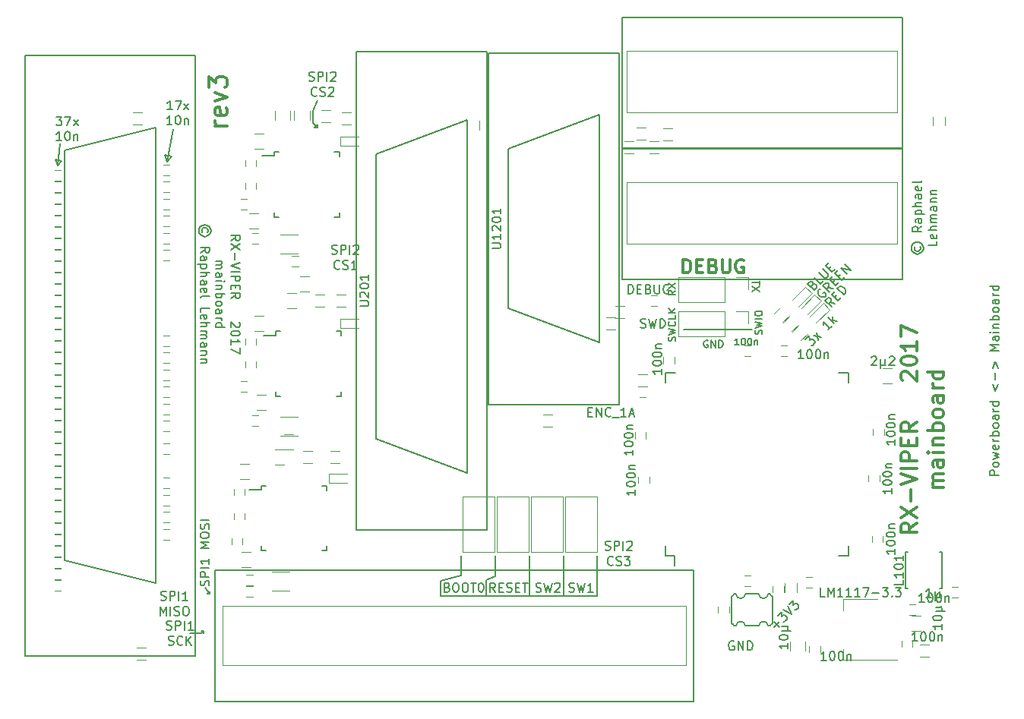
<source format=gto>
G04 #@! TF.FileFunction,Legend,Top*
%FSLAX46Y46*%
G04 Gerber Fmt 4.6, Leading zero omitted, Abs format (unit mm)*
G04 Created by KiCad (PCBNEW 4.0.6) date Mon Jan  8 22:22:41 2018*
%MOMM*%
%LPD*%
G01*
G04 APERTURE LIST*
%ADD10C,0.100000*%
%ADD11C,0.150000*%
%ADD12C,0.300000*%
%ADD13C,0.200000*%
%ADD14C,0.350000*%
%ADD15C,0.120000*%
G04 APERTURE END LIST*
D10*
D11*
X105981667Y-85113762D02*
X106124524Y-85161381D01*
X106362620Y-85161381D01*
X106457858Y-85113762D01*
X106505477Y-85066143D01*
X106553096Y-84970905D01*
X106553096Y-84875667D01*
X106505477Y-84780429D01*
X106457858Y-84732810D01*
X106362620Y-84685190D01*
X106172143Y-84637571D01*
X106076905Y-84589952D01*
X106029286Y-84542333D01*
X105981667Y-84447095D01*
X105981667Y-84351857D01*
X106029286Y-84256619D01*
X106076905Y-84209000D01*
X106172143Y-84161381D01*
X106410239Y-84161381D01*
X106553096Y-84209000D01*
X106886429Y-84161381D02*
X107124524Y-85161381D01*
X107315001Y-84447095D01*
X107505477Y-85161381D01*
X107743572Y-84161381D01*
X108648334Y-85161381D02*
X108076905Y-85161381D01*
X108362619Y-85161381D02*
X108362619Y-84161381D01*
X108267381Y-84304238D01*
X108172143Y-84399476D01*
X108076905Y-84447095D01*
X102298667Y-85113762D02*
X102441524Y-85161381D01*
X102679620Y-85161381D01*
X102774858Y-85113762D01*
X102822477Y-85066143D01*
X102870096Y-84970905D01*
X102870096Y-84875667D01*
X102822477Y-84780429D01*
X102774858Y-84732810D01*
X102679620Y-84685190D01*
X102489143Y-84637571D01*
X102393905Y-84589952D01*
X102346286Y-84542333D01*
X102298667Y-84447095D01*
X102298667Y-84351857D01*
X102346286Y-84256619D01*
X102393905Y-84209000D01*
X102489143Y-84161381D01*
X102727239Y-84161381D01*
X102870096Y-84209000D01*
X103203429Y-84161381D02*
X103441524Y-85161381D01*
X103632001Y-84447095D01*
X103822477Y-85161381D01*
X104060572Y-84161381D01*
X104393905Y-84256619D02*
X104441524Y-84209000D01*
X104536762Y-84161381D01*
X104774858Y-84161381D01*
X104870096Y-84209000D01*
X104917715Y-84256619D01*
X104965334Y-84351857D01*
X104965334Y-84447095D01*
X104917715Y-84589952D01*
X104346286Y-85161381D01*
X104965334Y-85161381D01*
D12*
X67833762Y-33194286D02*
X66500429Y-33194286D01*
X66881381Y-33194286D02*
X66690905Y-33099047D01*
X66595667Y-33003809D01*
X66500429Y-32813333D01*
X66500429Y-32622857D01*
X67738524Y-31194286D02*
X67833762Y-31384762D01*
X67833762Y-31765714D01*
X67738524Y-31956191D01*
X67548048Y-32051429D01*
X66786143Y-32051429D01*
X66595667Y-31956191D01*
X66500429Y-31765714D01*
X66500429Y-31384762D01*
X66595667Y-31194286D01*
X66786143Y-31099048D01*
X66976619Y-31099048D01*
X67167095Y-32051429D01*
X66500429Y-30432381D02*
X67833762Y-29956190D01*
X66500429Y-29480000D01*
X65833762Y-28908571D02*
X65833762Y-27670475D01*
X66595667Y-28337142D01*
X66595667Y-28051428D01*
X66690905Y-27860952D01*
X66786143Y-27765714D01*
X66976619Y-27670475D01*
X67452810Y-27670475D01*
X67643286Y-27765714D01*
X67738524Y-27860952D01*
X67833762Y-28051428D01*
X67833762Y-28622856D01*
X67738524Y-28813333D01*
X67643286Y-28908571D01*
D13*
X144509476Y-46624477D02*
X144461857Y-46719715D01*
X144461857Y-46910191D01*
X144509476Y-47005429D01*
X144604714Y-47100667D01*
X144699952Y-47148286D01*
X144890429Y-47148286D01*
X144985667Y-47100667D01*
X145080905Y-47005429D01*
X145128524Y-46910191D01*
X145128524Y-46719715D01*
X145080905Y-46624477D01*
X144128524Y-46814953D02*
X144176143Y-47053048D01*
X144319000Y-47291144D01*
X144557095Y-47434001D01*
X144795190Y-47481620D01*
X145033286Y-47434001D01*
X145271381Y-47291144D01*
X145414238Y-47053048D01*
X145461857Y-46814953D01*
X145414238Y-46576858D01*
X145271381Y-46338763D01*
X145033286Y-46195906D01*
X144795190Y-46148286D01*
X144557095Y-46195906D01*
X144319000Y-46338763D01*
X144176143Y-46576858D01*
X144128524Y-46814953D01*
X145271381Y-44386381D02*
X144795190Y-44719715D01*
X145271381Y-44957810D02*
X144271381Y-44957810D01*
X144271381Y-44576857D01*
X144319000Y-44481619D01*
X144366619Y-44434000D01*
X144461857Y-44386381D01*
X144604714Y-44386381D01*
X144699952Y-44434000D01*
X144747571Y-44481619D01*
X144795190Y-44576857D01*
X144795190Y-44957810D01*
X145271381Y-43529238D02*
X144747571Y-43529238D01*
X144652333Y-43576857D01*
X144604714Y-43672095D01*
X144604714Y-43862572D01*
X144652333Y-43957810D01*
X145223762Y-43529238D02*
X145271381Y-43624476D01*
X145271381Y-43862572D01*
X145223762Y-43957810D01*
X145128524Y-44005429D01*
X145033286Y-44005429D01*
X144938048Y-43957810D01*
X144890429Y-43862572D01*
X144890429Y-43624476D01*
X144842810Y-43529238D01*
X144604714Y-43053048D02*
X145604714Y-43053048D01*
X144652333Y-43053048D02*
X144604714Y-42957810D01*
X144604714Y-42767333D01*
X144652333Y-42672095D01*
X144699952Y-42624476D01*
X144795190Y-42576857D01*
X145080905Y-42576857D01*
X145176143Y-42624476D01*
X145223762Y-42672095D01*
X145271381Y-42767333D01*
X145271381Y-42957810D01*
X145223762Y-43053048D01*
X145271381Y-42148286D02*
X144271381Y-42148286D01*
X145271381Y-41719714D02*
X144747571Y-41719714D01*
X144652333Y-41767333D01*
X144604714Y-41862571D01*
X144604714Y-42005429D01*
X144652333Y-42100667D01*
X144699952Y-42148286D01*
X145271381Y-40814952D02*
X144747571Y-40814952D01*
X144652333Y-40862571D01*
X144604714Y-40957809D01*
X144604714Y-41148286D01*
X144652333Y-41243524D01*
X145223762Y-40814952D02*
X145271381Y-40910190D01*
X145271381Y-41148286D01*
X145223762Y-41243524D01*
X145128524Y-41291143D01*
X145033286Y-41291143D01*
X144938048Y-41243524D01*
X144890429Y-41148286D01*
X144890429Y-40910190D01*
X144842810Y-40814952D01*
X145223762Y-39957809D02*
X145271381Y-40053047D01*
X145271381Y-40243524D01*
X145223762Y-40338762D01*
X145128524Y-40386381D01*
X144747571Y-40386381D01*
X144652333Y-40338762D01*
X144604714Y-40243524D01*
X144604714Y-40053047D01*
X144652333Y-39957809D01*
X144747571Y-39910190D01*
X144842810Y-39910190D01*
X144938048Y-40386381D01*
X145271381Y-39338762D02*
X145223762Y-39434000D01*
X145128524Y-39481619D01*
X144271381Y-39481619D01*
X146971381Y-46029238D02*
X146971381Y-46505429D01*
X145971381Y-46505429D01*
X146923762Y-45314952D02*
X146971381Y-45410190D01*
X146971381Y-45600667D01*
X146923762Y-45695905D01*
X146828524Y-45743524D01*
X146447571Y-45743524D01*
X146352333Y-45695905D01*
X146304714Y-45600667D01*
X146304714Y-45410190D01*
X146352333Y-45314952D01*
X146447571Y-45267333D01*
X146542810Y-45267333D01*
X146638048Y-45743524D01*
X146971381Y-44838762D02*
X145971381Y-44838762D01*
X146971381Y-44410190D02*
X146447571Y-44410190D01*
X146352333Y-44457809D01*
X146304714Y-44553047D01*
X146304714Y-44695905D01*
X146352333Y-44791143D01*
X146399952Y-44838762D01*
X146971381Y-43934000D02*
X146304714Y-43934000D01*
X146399952Y-43934000D02*
X146352333Y-43886381D01*
X146304714Y-43791143D01*
X146304714Y-43648285D01*
X146352333Y-43553047D01*
X146447571Y-43505428D01*
X146971381Y-43505428D01*
X146447571Y-43505428D02*
X146352333Y-43457809D01*
X146304714Y-43362571D01*
X146304714Y-43219714D01*
X146352333Y-43124476D01*
X146447571Y-43076857D01*
X146971381Y-43076857D01*
X146971381Y-42172095D02*
X146447571Y-42172095D01*
X146352333Y-42219714D01*
X146304714Y-42314952D01*
X146304714Y-42505429D01*
X146352333Y-42600667D01*
X146923762Y-42172095D02*
X146971381Y-42267333D01*
X146971381Y-42505429D01*
X146923762Y-42600667D01*
X146828524Y-42648286D01*
X146733286Y-42648286D01*
X146638048Y-42600667D01*
X146590429Y-42505429D01*
X146590429Y-42267333D01*
X146542810Y-42172095D01*
X146304714Y-41695905D02*
X146971381Y-41695905D01*
X146399952Y-41695905D02*
X146352333Y-41648286D01*
X146304714Y-41553048D01*
X146304714Y-41410190D01*
X146352333Y-41314952D01*
X146447571Y-41267333D01*
X146971381Y-41267333D01*
X146304714Y-40791143D02*
X146971381Y-40791143D01*
X146399952Y-40791143D02*
X146352333Y-40743524D01*
X146304714Y-40648286D01*
X146304714Y-40505428D01*
X146352333Y-40410190D01*
X146447571Y-40362571D01*
X146971381Y-40362571D01*
X68303619Y-45990619D02*
X68779810Y-45657285D01*
X68303619Y-45419190D02*
X69303619Y-45419190D01*
X69303619Y-45800143D01*
X69256000Y-45895381D01*
X69208381Y-45943000D01*
X69113143Y-45990619D01*
X68970286Y-45990619D01*
X68875048Y-45943000D01*
X68827429Y-45895381D01*
X68779810Y-45800143D01*
X68779810Y-45419190D01*
X69303619Y-46323952D02*
X68303619Y-46990619D01*
X69303619Y-46990619D02*
X68303619Y-46323952D01*
X68684571Y-47371571D02*
X68684571Y-48133476D01*
X69303619Y-48466809D02*
X68303619Y-48800142D01*
X69303619Y-49133476D01*
X68303619Y-49466809D02*
X69303619Y-49466809D01*
X68303619Y-49942999D02*
X69303619Y-49942999D01*
X69303619Y-50323952D01*
X69256000Y-50419190D01*
X69208381Y-50466809D01*
X69113143Y-50514428D01*
X68970286Y-50514428D01*
X68875048Y-50466809D01*
X68827429Y-50419190D01*
X68779810Y-50323952D01*
X68779810Y-49942999D01*
X68827429Y-50942999D02*
X68827429Y-51276333D01*
X68303619Y-51419190D02*
X68303619Y-50942999D01*
X69303619Y-50942999D01*
X69303619Y-51419190D01*
X68303619Y-52419190D02*
X68779810Y-52085856D01*
X68303619Y-51847761D02*
X69303619Y-51847761D01*
X69303619Y-52228714D01*
X69256000Y-52323952D01*
X69208381Y-52371571D01*
X69113143Y-52419190D01*
X68970286Y-52419190D01*
X68875048Y-52371571D01*
X68827429Y-52323952D01*
X68779810Y-52228714D01*
X68779810Y-51847761D01*
X69208381Y-55085857D02*
X69256000Y-55133476D01*
X69303619Y-55228714D01*
X69303619Y-55466810D01*
X69256000Y-55562048D01*
X69208381Y-55609667D01*
X69113143Y-55657286D01*
X69017905Y-55657286D01*
X68875048Y-55609667D01*
X68303619Y-55038238D01*
X68303619Y-55657286D01*
X69303619Y-56276333D02*
X69303619Y-56371572D01*
X69256000Y-56466810D01*
X69208381Y-56514429D01*
X69113143Y-56562048D01*
X68922667Y-56609667D01*
X68684571Y-56609667D01*
X68494095Y-56562048D01*
X68398857Y-56514429D01*
X68351238Y-56466810D01*
X68303619Y-56371572D01*
X68303619Y-56276333D01*
X68351238Y-56181095D01*
X68398857Y-56133476D01*
X68494095Y-56085857D01*
X68684571Y-56038238D01*
X68922667Y-56038238D01*
X69113143Y-56085857D01*
X69208381Y-56133476D01*
X69256000Y-56181095D01*
X69303619Y-56276333D01*
X68303619Y-57562048D02*
X68303619Y-56990619D01*
X68303619Y-57276333D02*
X69303619Y-57276333D01*
X69160762Y-57181095D01*
X69065524Y-57085857D01*
X69017905Y-56990619D01*
X69303619Y-57895381D02*
X69303619Y-58562048D01*
X68303619Y-58133476D01*
X66603619Y-48252524D02*
X67270286Y-48252524D01*
X67175048Y-48252524D02*
X67222667Y-48300143D01*
X67270286Y-48395381D01*
X67270286Y-48538239D01*
X67222667Y-48633477D01*
X67127429Y-48681096D01*
X66603619Y-48681096D01*
X67127429Y-48681096D02*
X67222667Y-48728715D01*
X67270286Y-48823953D01*
X67270286Y-48966810D01*
X67222667Y-49062048D01*
X67127429Y-49109667D01*
X66603619Y-49109667D01*
X66603619Y-50014429D02*
X67127429Y-50014429D01*
X67222667Y-49966810D01*
X67270286Y-49871572D01*
X67270286Y-49681095D01*
X67222667Y-49585857D01*
X66651238Y-50014429D02*
X66603619Y-49919191D01*
X66603619Y-49681095D01*
X66651238Y-49585857D01*
X66746476Y-49538238D01*
X66841714Y-49538238D01*
X66936952Y-49585857D01*
X66984571Y-49681095D01*
X66984571Y-49919191D01*
X67032190Y-50014429D01*
X66603619Y-50490619D02*
X67270286Y-50490619D01*
X67603619Y-50490619D02*
X67556000Y-50443000D01*
X67508381Y-50490619D01*
X67556000Y-50538238D01*
X67603619Y-50490619D01*
X67508381Y-50490619D01*
X67270286Y-50966809D02*
X66603619Y-50966809D01*
X67175048Y-50966809D02*
X67222667Y-51014428D01*
X67270286Y-51109666D01*
X67270286Y-51252524D01*
X67222667Y-51347762D01*
X67127429Y-51395381D01*
X66603619Y-51395381D01*
X66603619Y-51871571D02*
X67603619Y-51871571D01*
X67222667Y-51871571D02*
X67270286Y-51966809D01*
X67270286Y-52157286D01*
X67222667Y-52252524D01*
X67175048Y-52300143D01*
X67079810Y-52347762D01*
X66794095Y-52347762D01*
X66698857Y-52300143D01*
X66651238Y-52252524D01*
X66603619Y-52157286D01*
X66603619Y-51966809D01*
X66651238Y-51871571D01*
X66603619Y-52919190D02*
X66651238Y-52823952D01*
X66698857Y-52776333D01*
X66794095Y-52728714D01*
X67079810Y-52728714D01*
X67175048Y-52776333D01*
X67222667Y-52823952D01*
X67270286Y-52919190D01*
X67270286Y-53062048D01*
X67222667Y-53157286D01*
X67175048Y-53204905D01*
X67079810Y-53252524D01*
X66794095Y-53252524D01*
X66698857Y-53204905D01*
X66651238Y-53157286D01*
X66603619Y-53062048D01*
X66603619Y-52919190D01*
X66603619Y-54109667D02*
X67127429Y-54109667D01*
X67222667Y-54062048D01*
X67270286Y-53966810D01*
X67270286Y-53776333D01*
X67222667Y-53681095D01*
X66651238Y-54109667D02*
X66603619Y-54014429D01*
X66603619Y-53776333D01*
X66651238Y-53681095D01*
X66746476Y-53633476D01*
X66841714Y-53633476D01*
X66936952Y-53681095D01*
X66984571Y-53776333D01*
X66984571Y-54014429D01*
X67032190Y-54109667D01*
X66603619Y-54585857D02*
X67270286Y-54585857D01*
X67079810Y-54585857D02*
X67175048Y-54633476D01*
X67222667Y-54681095D01*
X67270286Y-54776333D01*
X67270286Y-54871572D01*
X66603619Y-55633477D02*
X67603619Y-55633477D01*
X66651238Y-55633477D02*
X66603619Y-55538239D01*
X66603619Y-55347762D01*
X66651238Y-55252524D01*
X66698857Y-55204905D01*
X66794095Y-55157286D01*
X67079810Y-55157286D01*
X67175048Y-55204905D01*
X67222667Y-55252524D01*
X67270286Y-55347762D01*
X67270286Y-55538239D01*
X67222667Y-55633477D01*
X65665524Y-45062047D02*
X65713143Y-44966809D01*
X65713143Y-44776333D01*
X65665524Y-44681095D01*
X65570286Y-44585857D01*
X65475048Y-44538238D01*
X65284571Y-44538238D01*
X65189333Y-44585857D01*
X65094095Y-44681095D01*
X65046476Y-44776333D01*
X65046476Y-44966809D01*
X65094095Y-45062047D01*
X66046476Y-44871571D02*
X65998857Y-44633476D01*
X65856000Y-44395380D01*
X65617905Y-44252523D01*
X65379810Y-44204904D01*
X65141714Y-44252523D01*
X64903619Y-44395380D01*
X64760762Y-44633476D01*
X64713143Y-44871571D01*
X64760762Y-45109666D01*
X64903619Y-45347761D01*
X65141714Y-45490618D01*
X65379810Y-45538238D01*
X65617905Y-45490618D01*
X65856000Y-45347761D01*
X65998857Y-45109666D01*
X66046476Y-44871571D01*
X64903619Y-47300143D02*
X65379810Y-46966809D01*
X64903619Y-46728714D02*
X65903619Y-46728714D01*
X65903619Y-47109667D01*
X65856000Y-47204905D01*
X65808381Y-47252524D01*
X65713143Y-47300143D01*
X65570286Y-47300143D01*
X65475048Y-47252524D01*
X65427429Y-47204905D01*
X65379810Y-47109667D01*
X65379810Y-46728714D01*
X64903619Y-48157286D02*
X65427429Y-48157286D01*
X65522667Y-48109667D01*
X65570286Y-48014429D01*
X65570286Y-47823952D01*
X65522667Y-47728714D01*
X64951238Y-48157286D02*
X64903619Y-48062048D01*
X64903619Y-47823952D01*
X64951238Y-47728714D01*
X65046476Y-47681095D01*
X65141714Y-47681095D01*
X65236952Y-47728714D01*
X65284571Y-47823952D01*
X65284571Y-48062048D01*
X65332190Y-48157286D01*
X65570286Y-48633476D02*
X64570286Y-48633476D01*
X65522667Y-48633476D02*
X65570286Y-48728714D01*
X65570286Y-48919191D01*
X65522667Y-49014429D01*
X65475048Y-49062048D01*
X65379810Y-49109667D01*
X65094095Y-49109667D01*
X64998857Y-49062048D01*
X64951238Y-49014429D01*
X64903619Y-48919191D01*
X64903619Y-48728714D01*
X64951238Y-48633476D01*
X64903619Y-49538238D02*
X65903619Y-49538238D01*
X64903619Y-49966810D02*
X65427429Y-49966810D01*
X65522667Y-49919191D01*
X65570286Y-49823953D01*
X65570286Y-49681095D01*
X65522667Y-49585857D01*
X65475048Y-49538238D01*
X64903619Y-50871572D02*
X65427429Y-50871572D01*
X65522667Y-50823953D01*
X65570286Y-50728715D01*
X65570286Y-50538238D01*
X65522667Y-50443000D01*
X64951238Y-50871572D02*
X64903619Y-50776334D01*
X64903619Y-50538238D01*
X64951238Y-50443000D01*
X65046476Y-50395381D01*
X65141714Y-50395381D01*
X65236952Y-50443000D01*
X65284571Y-50538238D01*
X65284571Y-50776334D01*
X65332190Y-50871572D01*
X64951238Y-51728715D02*
X64903619Y-51633477D01*
X64903619Y-51443000D01*
X64951238Y-51347762D01*
X65046476Y-51300143D01*
X65427429Y-51300143D01*
X65522667Y-51347762D01*
X65570286Y-51443000D01*
X65570286Y-51633477D01*
X65522667Y-51728715D01*
X65427429Y-51776334D01*
X65332190Y-51776334D01*
X65236952Y-51300143D01*
X64903619Y-52347762D02*
X64951238Y-52252524D01*
X65046476Y-52204905D01*
X65903619Y-52204905D01*
X64903619Y-53966811D02*
X64903619Y-53490620D01*
X65903619Y-53490620D01*
X64951238Y-54681097D02*
X64903619Y-54585859D01*
X64903619Y-54395382D01*
X64951238Y-54300144D01*
X65046476Y-54252525D01*
X65427429Y-54252525D01*
X65522667Y-54300144D01*
X65570286Y-54395382D01*
X65570286Y-54585859D01*
X65522667Y-54681097D01*
X65427429Y-54728716D01*
X65332190Y-54728716D01*
X65236952Y-54252525D01*
X64903619Y-55157287D02*
X65903619Y-55157287D01*
X64903619Y-55585859D02*
X65427429Y-55585859D01*
X65522667Y-55538240D01*
X65570286Y-55443002D01*
X65570286Y-55300144D01*
X65522667Y-55204906D01*
X65475048Y-55157287D01*
X64903619Y-56062049D02*
X65570286Y-56062049D01*
X65475048Y-56062049D02*
X65522667Y-56109668D01*
X65570286Y-56204906D01*
X65570286Y-56347764D01*
X65522667Y-56443002D01*
X65427429Y-56490621D01*
X64903619Y-56490621D01*
X65427429Y-56490621D02*
X65522667Y-56538240D01*
X65570286Y-56633478D01*
X65570286Y-56776335D01*
X65522667Y-56871573D01*
X65427429Y-56919192D01*
X64903619Y-56919192D01*
X64903619Y-57823954D02*
X65427429Y-57823954D01*
X65522667Y-57776335D01*
X65570286Y-57681097D01*
X65570286Y-57490620D01*
X65522667Y-57395382D01*
X64951238Y-57823954D02*
X64903619Y-57728716D01*
X64903619Y-57490620D01*
X64951238Y-57395382D01*
X65046476Y-57347763D01*
X65141714Y-57347763D01*
X65236952Y-57395382D01*
X65284571Y-57490620D01*
X65284571Y-57728716D01*
X65332190Y-57823954D01*
X65570286Y-58300144D02*
X64903619Y-58300144D01*
X65475048Y-58300144D02*
X65522667Y-58347763D01*
X65570286Y-58443001D01*
X65570286Y-58585859D01*
X65522667Y-58681097D01*
X65427429Y-58728716D01*
X64903619Y-58728716D01*
X65570286Y-59204906D02*
X64903619Y-59204906D01*
X65475048Y-59204906D02*
X65522667Y-59252525D01*
X65570286Y-59347763D01*
X65570286Y-59490621D01*
X65522667Y-59585859D01*
X65427429Y-59633478D01*
X64903619Y-59633478D01*
X65659000Y-85344000D02*
X65913000Y-85344000D01*
X65913000Y-85090000D02*
X65659000Y-85344000D01*
X65913000Y-85344000D02*
X65913000Y-85090000D01*
X65405000Y-84709000D02*
X65913000Y-85344000D01*
X65024000Y-89535000D02*
X65278000Y-89535000D01*
X65278000Y-89789000D02*
X65024000Y-89535000D01*
X65278000Y-89535000D02*
X65278000Y-89789000D01*
X65024000Y-89789000D02*
X65278000Y-89535000D01*
X63754000Y-89789000D02*
X65024000Y-89789000D01*
X77597000Y-33401000D02*
X77978000Y-33401000D01*
X77978000Y-33020000D02*
X77597000Y-33401000D01*
X77978000Y-33401000D02*
X77978000Y-33020000D01*
X77470000Y-32893000D02*
X77978000Y-33401000D01*
X77470000Y-31496000D02*
X77470000Y-32893000D01*
X77978000Y-30353000D02*
X77470000Y-31496000D01*
D11*
X127184095Y-50444476D02*
X127184095Y-50901619D01*
X126384095Y-50673048D02*
X127184095Y-50673048D01*
X127184095Y-51092096D02*
X126384095Y-51625429D01*
X127184095Y-51625429D02*
X126384095Y-51092096D01*
X127450810Y-56413238D02*
X127488905Y-56298952D01*
X127488905Y-56108476D01*
X127450810Y-56032286D01*
X127412714Y-55994190D01*
X127336524Y-55956095D01*
X127260333Y-55956095D01*
X127184143Y-55994190D01*
X127146048Y-56032286D01*
X127107952Y-56108476D01*
X127069857Y-56260857D01*
X127031762Y-56337048D01*
X126993667Y-56375143D01*
X126917476Y-56413238D01*
X126841286Y-56413238D01*
X126765095Y-56375143D01*
X126727000Y-56337048D01*
X126688905Y-56260857D01*
X126688905Y-56070381D01*
X126727000Y-55956095D01*
X126688905Y-55689428D02*
X127488905Y-55498952D01*
X126917476Y-55346571D01*
X127488905Y-55194190D01*
X126688905Y-55003714D01*
X127488905Y-54698952D02*
X126688905Y-54698952D01*
X126688905Y-54165619D02*
X126688905Y-54013238D01*
X126727000Y-53937047D01*
X126803190Y-53860857D01*
X126955571Y-53822762D01*
X127222238Y-53822762D01*
X127374619Y-53860857D01*
X127450810Y-53937047D01*
X127488905Y-54013238D01*
X127488905Y-54165619D01*
X127450810Y-54241809D01*
X127374619Y-54318000D01*
X127222238Y-54356095D01*
X126955571Y-54356095D01*
X126803190Y-54318000D01*
X126727000Y-54241809D01*
X126688905Y-54165619D01*
X121437477Y-57131000D02*
X121361286Y-57092905D01*
X121247001Y-57092905D01*
X121132715Y-57131000D01*
X121056524Y-57207190D01*
X121018429Y-57283381D01*
X120980334Y-57435762D01*
X120980334Y-57550048D01*
X121018429Y-57702429D01*
X121056524Y-57778619D01*
X121132715Y-57854810D01*
X121247001Y-57892905D01*
X121323191Y-57892905D01*
X121437477Y-57854810D01*
X121475572Y-57816714D01*
X121475572Y-57550048D01*
X121323191Y-57550048D01*
X121818429Y-57892905D02*
X121818429Y-57092905D01*
X122275572Y-57892905D01*
X122275572Y-57092905D01*
X122656524Y-57892905D02*
X122656524Y-57092905D01*
X122847000Y-57092905D01*
X122961286Y-57131000D01*
X123037477Y-57207190D01*
X123075572Y-57283381D01*
X123113667Y-57435762D01*
X123113667Y-57550048D01*
X123075572Y-57702429D01*
X123037477Y-57778619D01*
X122961286Y-57854810D01*
X122847000Y-57892905D01*
X122656524Y-57892905D01*
X117798810Y-57181524D02*
X117836905Y-57067238D01*
X117836905Y-56876762D01*
X117798810Y-56800572D01*
X117760714Y-56762476D01*
X117684524Y-56724381D01*
X117608333Y-56724381D01*
X117532143Y-56762476D01*
X117494048Y-56800572D01*
X117455952Y-56876762D01*
X117417857Y-57029143D01*
X117379762Y-57105334D01*
X117341667Y-57143429D01*
X117265476Y-57181524D01*
X117189286Y-57181524D01*
X117113095Y-57143429D01*
X117075000Y-57105334D01*
X117036905Y-57029143D01*
X117036905Y-56838667D01*
X117075000Y-56724381D01*
X117036905Y-56457714D02*
X117836905Y-56267238D01*
X117265476Y-56114857D01*
X117836905Y-55962476D01*
X117036905Y-55772000D01*
X117760714Y-55010095D02*
X117798810Y-55048190D01*
X117836905Y-55162476D01*
X117836905Y-55238666D01*
X117798810Y-55352952D01*
X117722619Y-55429143D01*
X117646429Y-55467238D01*
X117494048Y-55505333D01*
X117379762Y-55505333D01*
X117227381Y-55467238D01*
X117151190Y-55429143D01*
X117075000Y-55352952D01*
X117036905Y-55238666D01*
X117036905Y-55162476D01*
X117075000Y-55048190D01*
X117113095Y-55010095D01*
X117836905Y-54286285D02*
X117836905Y-54667238D01*
X117036905Y-54667238D01*
X117836905Y-54019619D02*
X117036905Y-54019619D01*
X117836905Y-53562476D02*
X117379762Y-53905333D01*
X117036905Y-53562476D02*
X117494048Y-54019619D01*
X117836905Y-51568333D02*
X117455952Y-51835000D01*
X117836905Y-52025476D02*
X117036905Y-52025476D01*
X117036905Y-51720714D01*
X117075000Y-51644523D01*
X117113095Y-51606428D01*
X117189286Y-51568333D01*
X117303571Y-51568333D01*
X117379762Y-51606428D01*
X117417857Y-51644523D01*
X117455952Y-51720714D01*
X117455952Y-52025476D01*
X117036905Y-51301666D02*
X117836905Y-50768333D01*
X117036905Y-50768333D02*
X117836905Y-51301666D01*
D13*
X76986000Y-28129762D02*
X77128857Y-28177381D01*
X77366953Y-28177381D01*
X77462191Y-28129762D01*
X77509810Y-28082143D01*
X77557429Y-27986905D01*
X77557429Y-27891667D01*
X77509810Y-27796429D01*
X77462191Y-27748810D01*
X77366953Y-27701190D01*
X77176476Y-27653571D01*
X77081238Y-27605952D01*
X77033619Y-27558333D01*
X76986000Y-27463095D01*
X76986000Y-27367857D01*
X77033619Y-27272619D01*
X77081238Y-27225000D01*
X77176476Y-27177381D01*
X77414572Y-27177381D01*
X77557429Y-27225000D01*
X77986000Y-28177381D02*
X77986000Y-27177381D01*
X78366953Y-27177381D01*
X78462191Y-27225000D01*
X78509810Y-27272619D01*
X78557429Y-27367857D01*
X78557429Y-27510714D01*
X78509810Y-27605952D01*
X78462191Y-27653571D01*
X78366953Y-27701190D01*
X77986000Y-27701190D01*
X78986000Y-28177381D02*
X78986000Y-27177381D01*
X79414571Y-27272619D02*
X79462190Y-27225000D01*
X79557428Y-27177381D01*
X79795524Y-27177381D01*
X79890762Y-27225000D01*
X79938381Y-27272619D01*
X79986000Y-27367857D01*
X79986000Y-27463095D01*
X79938381Y-27605952D01*
X79366952Y-28177381D01*
X79986000Y-28177381D01*
X77843143Y-29782143D02*
X77795524Y-29829762D01*
X77652667Y-29877381D01*
X77557429Y-29877381D01*
X77414571Y-29829762D01*
X77319333Y-29734524D01*
X77271714Y-29639286D01*
X77224095Y-29448810D01*
X77224095Y-29305952D01*
X77271714Y-29115476D01*
X77319333Y-29020238D01*
X77414571Y-28925000D01*
X77557429Y-28877381D01*
X77652667Y-28877381D01*
X77795524Y-28925000D01*
X77843143Y-28972619D01*
X78224095Y-29829762D02*
X78366952Y-29877381D01*
X78605048Y-29877381D01*
X78700286Y-29829762D01*
X78747905Y-29782143D01*
X78795524Y-29686905D01*
X78795524Y-29591667D01*
X78747905Y-29496429D01*
X78700286Y-29448810D01*
X78605048Y-29401190D01*
X78414571Y-29353571D01*
X78319333Y-29305952D01*
X78271714Y-29258333D01*
X78224095Y-29163095D01*
X78224095Y-29067857D01*
X78271714Y-28972619D01*
X78319333Y-28925000D01*
X78414571Y-28877381D01*
X78652667Y-28877381D01*
X78795524Y-28925000D01*
X79176476Y-28972619D02*
X79224095Y-28925000D01*
X79319333Y-28877381D01*
X79557429Y-28877381D01*
X79652667Y-28925000D01*
X79700286Y-28972619D01*
X79747905Y-29067857D01*
X79747905Y-29163095D01*
X79700286Y-29305952D01*
X79128857Y-29877381D01*
X79747905Y-29877381D01*
X65809762Y-84462476D02*
X65857381Y-84319619D01*
X65857381Y-84081523D01*
X65809762Y-83986285D01*
X65762143Y-83938666D01*
X65666905Y-83891047D01*
X65571667Y-83891047D01*
X65476429Y-83938666D01*
X65428810Y-83986285D01*
X65381190Y-84081523D01*
X65333571Y-84272000D01*
X65285952Y-84367238D01*
X65238333Y-84414857D01*
X65143095Y-84462476D01*
X65047857Y-84462476D01*
X64952619Y-84414857D01*
X64905000Y-84367238D01*
X64857381Y-84272000D01*
X64857381Y-84033904D01*
X64905000Y-83891047D01*
X65857381Y-83462476D02*
X64857381Y-83462476D01*
X64857381Y-83081523D01*
X64905000Y-82986285D01*
X64952619Y-82938666D01*
X65047857Y-82891047D01*
X65190714Y-82891047D01*
X65285952Y-82938666D01*
X65333571Y-82986285D01*
X65381190Y-83081523D01*
X65381190Y-83462476D01*
X65857381Y-82462476D02*
X64857381Y-82462476D01*
X65857381Y-81462476D02*
X65857381Y-82033905D01*
X65857381Y-81748191D02*
X64857381Y-81748191D01*
X65000238Y-81843429D01*
X65095476Y-81938667D01*
X65143095Y-82033905D01*
X65857381Y-80272000D02*
X64857381Y-80272000D01*
X65571667Y-79938666D01*
X64857381Y-79605333D01*
X65857381Y-79605333D01*
X64857381Y-78938667D02*
X64857381Y-78748190D01*
X64905000Y-78652952D01*
X65000238Y-78557714D01*
X65190714Y-78510095D01*
X65524048Y-78510095D01*
X65714524Y-78557714D01*
X65809762Y-78652952D01*
X65857381Y-78748190D01*
X65857381Y-78938667D01*
X65809762Y-79033905D01*
X65714524Y-79129143D01*
X65524048Y-79176762D01*
X65190714Y-79176762D01*
X65000238Y-79129143D01*
X64905000Y-79033905D01*
X64857381Y-78938667D01*
X65809762Y-78129143D02*
X65857381Y-77986286D01*
X65857381Y-77748190D01*
X65809762Y-77652952D01*
X65762143Y-77605333D01*
X65666905Y-77557714D01*
X65571667Y-77557714D01*
X65476429Y-77605333D01*
X65428810Y-77652952D01*
X65381190Y-77748190D01*
X65333571Y-77938667D01*
X65285952Y-78033905D01*
X65238333Y-78081524D01*
X65143095Y-78129143D01*
X65047857Y-78129143D01*
X64952619Y-78081524D01*
X64905000Y-78033905D01*
X64857381Y-77938667D01*
X64857381Y-77700571D01*
X64905000Y-77557714D01*
X65857381Y-77129143D02*
X64857381Y-77129143D01*
X60476000Y-86041762D02*
X60618857Y-86089381D01*
X60856953Y-86089381D01*
X60952191Y-86041762D01*
X60999810Y-85994143D01*
X61047429Y-85898905D01*
X61047429Y-85803667D01*
X60999810Y-85708429D01*
X60952191Y-85660810D01*
X60856953Y-85613190D01*
X60666476Y-85565571D01*
X60571238Y-85517952D01*
X60523619Y-85470333D01*
X60476000Y-85375095D01*
X60476000Y-85279857D01*
X60523619Y-85184619D01*
X60571238Y-85137000D01*
X60666476Y-85089381D01*
X60904572Y-85089381D01*
X61047429Y-85137000D01*
X61476000Y-86089381D02*
X61476000Y-85089381D01*
X61856953Y-85089381D01*
X61952191Y-85137000D01*
X61999810Y-85184619D01*
X62047429Y-85279857D01*
X62047429Y-85422714D01*
X61999810Y-85517952D01*
X61952191Y-85565571D01*
X61856953Y-85613190D01*
X61476000Y-85613190D01*
X62476000Y-86089381D02*
X62476000Y-85089381D01*
X63476000Y-86089381D02*
X62904571Y-86089381D01*
X63190285Y-86089381D02*
X63190285Y-85089381D01*
X63095047Y-85232238D01*
X62999809Y-85327476D01*
X62904571Y-85375095D01*
X60404572Y-87789381D02*
X60404572Y-86789381D01*
X60737906Y-87503667D01*
X61071239Y-86789381D01*
X61071239Y-87789381D01*
X61547429Y-87789381D02*
X61547429Y-86789381D01*
X61976000Y-87741762D02*
X62118857Y-87789381D01*
X62356953Y-87789381D01*
X62452191Y-87741762D01*
X62499810Y-87694143D01*
X62547429Y-87598905D01*
X62547429Y-87503667D01*
X62499810Y-87408429D01*
X62452191Y-87360810D01*
X62356953Y-87313190D01*
X62166476Y-87265571D01*
X62071238Y-87217952D01*
X62023619Y-87170333D01*
X61976000Y-87075095D01*
X61976000Y-86979857D01*
X62023619Y-86884619D01*
X62071238Y-86837000D01*
X62166476Y-86789381D01*
X62404572Y-86789381D01*
X62547429Y-86837000D01*
X63166476Y-86789381D02*
X63356953Y-86789381D01*
X63452191Y-86837000D01*
X63547429Y-86932238D01*
X63595048Y-87122714D01*
X63595048Y-87456048D01*
X63547429Y-87646524D01*
X63452191Y-87741762D01*
X63356953Y-87789381D01*
X63166476Y-87789381D01*
X63071238Y-87741762D01*
X62976000Y-87646524D01*
X62928381Y-87456048D01*
X62928381Y-87122714D01*
X62976000Y-86932238D01*
X63071238Y-86837000D01*
X63166476Y-86789381D01*
X61111000Y-89343762D02*
X61253857Y-89391381D01*
X61491953Y-89391381D01*
X61587191Y-89343762D01*
X61634810Y-89296143D01*
X61682429Y-89200905D01*
X61682429Y-89105667D01*
X61634810Y-89010429D01*
X61587191Y-88962810D01*
X61491953Y-88915190D01*
X61301476Y-88867571D01*
X61206238Y-88819952D01*
X61158619Y-88772333D01*
X61111000Y-88677095D01*
X61111000Y-88581857D01*
X61158619Y-88486619D01*
X61206238Y-88439000D01*
X61301476Y-88391381D01*
X61539572Y-88391381D01*
X61682429Y-88439000D01*
X62111000Y-89391381D02*
X62111000Y-88391381D01*
X62491953Y-88391381D01*
X62587191Y-88439000D01*
X62634810Y-88486619D01*
X62682429Y-88581857D01*
X62682429Y-88724714D01*
X62634810Y-88819952D01*
X62587191Y-88867571D01*
X62491953Y-88915190D01*
X62111000Y-88915190D01*
X63111000Y-89391381D02*
X63111000Y-88391381D01*
X64111000Y-89391381D02*
X63539571Y-89391381D01*
X63825285Y-89391381D02*
X63825285Y-88391381D01*
X63730047Y-88534238D01*
X63634809Y-88629476D01*
X63539571Y-88677095D01*
X61325286Y-91043762D02*
X61468143Y-91091381D01*
X61706239Y-91091381D01*
X61801477Y-91043762D01*
X61849096Y-90996143D01*
X61896715Y-90900905D01*
X61896715Y-90805667D01*
X61849096Y-90710429D01*
X61801477Y-90662810D01*
X61706239Y-90615190D01*
X61515762Y-90567571D01*
X61420524Y-90519952D01*
X61372905Y-90472333D01*
X61325286Y-90377095D01*
X61325286Y-90281857D01*
X61372905Y-90186619D01*
X61420524Y-90139000D01*
X61515762Y-90091381D01*
X61753858Y-90091381D01*
X61896715Y-90139000D01*
X62896715Y-90996143D02*
X62849096Y-91043762D01*
X62706239Y-91091381D01*
X62611001Y-91091381D01*
X62468143Y-91043762D01*
X62372905Y-90948524D01*
X62325286Y-90853286D01*
X62277667Y-90662810D01*
X62277667Y-90519952D01*
X62325286Y-90329476D01*
X62372905Y-90234238D01*
X62468143Y-90139000D01*
X62611001Y-90091381D01*
X62706239Y-90091381D01*
X62849096Y-90139000D01*
X62896715Y-90186619D01*
X63325286Y-91091381D02*
X63325286Y-90091381D01*
X63896715Y-91091381D02*
X63468143Y-90519952D01*
X63896715Y-90091381D02*
X63325286Y-90662810D01*
X79526000Y-47433762D02*
X79668857Y-47481381D01*
X79906953Y-47481381D01*
X80002191Y-47433762D01*
X80049810Y-47386143D01*
X80097429Y-47290905D01*
X80097429Y-47195667D01*
X80049810Y-47100429D01*
X80002191Y-47052810D01*
X79906953Y-47005190D01*
X79716476Y-46957571D01*
X79621238Y-46909952D01*
X79573619Y-46862333D01*
X79526000Y-46767095D01*
X79526000Y-46671857D01*
X79573619Y-46576619D01*
X79621238Y-46529000D01*
X79716476Y-46481381D01*
X79954572Y-46481381D01*
X80097429Y-46529000D01*
X80526000Y-47481381D02*
X80526000Y-46481381D01*
X80906953Y-46481381D01*
X81002191Y-46529000D01*
X81049810Y-46576619D01*
X81097429Y-46671857D01*
X81097429Y-46814714D01*
X81049810Y-46909952D01*
X81002191Y-46957571D01*
X80906953Y-47005190D01*
X80526000Y-47005190D01*
X81526000Y-47481381D02*
X81526000Y-46481381D01*
X81954571Y-46576619D02*
X82002190Y-46529000D01*
X82097428Y-46481381D01*
X82335524Y-46481381D01*
X82430762Y-46529000D01*
X82478381Y-46576619D01*
X82526000Y-46671857D01*
X82526000Y-46767095D01*
X82478381Y-46909952D01*
X81906952Y-47481381D01*
X82526000Y-47481381D01*
X80383143Y-49086143D02*
X80335524Y-49133762D01*
X80192667Y-49181381D01*
X80097429Y-49181381D01*
X79954571Y-49133762D01*
X79859333Y-49038524D01*
X79811714Y-48943286D01*
X79764095Y-48752810D01*
X79764095Y-48609952D01*
X79811714Y-48419476D01*
X79859333Y-48324238D01*
X79954571Y-48229000D01*
X80097429Y-48181381D01*
X80192667Y-48181381D01*
X80335524Y-48229000D01*
X80383143Y-48276619D01*
X80764095Y-49133762D02*
X80906952Y-49181381D01*
X81145048Y-49181381D01*
X81240286Y-49133762D01*
X81287905Y-49086143D01*
X81335524Y-48990905D01*
X81335524Y-48895667D01*
X81287905Y-48800429D01*
X81240286Y-48752810D01*
X81145048Y-48705190D01*
X80954571Y-48657571D01*
X80859333Y-48609952D01*
X80811714Y-48562333D01*
X80764095Y-48467095D01*
X80764095Y-48371857D01*
X80811714Y-48276619D01*
X80859333Y-48229000D01*
X80954571Y-48181381D01*
X81192667Y-48181381D01*
X81335524Y-48229000D01*
X82287905Y-49181381D02*
X81716476Y-49181381D01*
X82002190Y-49181381D02*
X82002190Y-48181381D01*
X81906952Y-48324238D01*
X81811714Y-48419476D01*
X81716476Y-48467095D01*
X108093190Y-65079571D02*
X108426524Y-65079571D01*
X108569381Y-65603381D02*
X108093190Y-65603381D01*
X108093190Y-64603381D01*
X108569381Y-64603381D01*
X108997952Y-65603381D02*
X108997952Y-64603381D01*
X109569381Y-65603381D01*
X109569381Y-64603381D01*
X110617000Y-65508143D02*
X110569381Y-65555762D01*
X110426524Y-65603381D01*
X110331286Y-65603381D01*
X110188428Y-65555762D01*
X110093190Y-65460524D01*
X110045571Y-65365286D01*
X109997952Y-65174810D01*
X109997952Y-65031952D01*
X110045571Y-64841476D01*
X110093190Y-64746238D01*
X110188428Y-64651000D01*
X110331286Y-64603381D01*
X110426524Y-64603381D01*
X110569381Y-64651000D01*
X110617000Y-64698619D01*
X110807476Y-65698619D02*
X111569381Y-65698619D01*
X112331286Y-65603381D02*
X111759857Y-65603381D01*
X112045571Y-65603381D02*
X112045571Y-64603381D01*
X111950333Y-64746238D01*
X111855095Y-64841476D01*
X111759857Y-64889095D01*
X112712238Y-65317667D02*
X113188429Y-65317667D01*
X112617000Y-65603381D02*
X112950333Y-64603381D01*
X113283667Y-65603381D01*
X110006000Y-80453762D02*
X110148857Y-80501381D01*
X110386953Y-80501381D01*
X110482191Y-80453762D01*
X110529810Y-80406143D01*
X110577429Y-80310905D01*
X110577429Y-80215667D01*
X110529810Y-80120429D01*
X110482191Y-80072810D01*
X110386953Y-80025190D01*
X110196476Y-79977571D01*
X110101238Y-79929952D01*
X110053619Y-79882333D01*
X110006000Y-79787095D01*
X110006000Y-79691857D01*
X110053619Y-79596619D01*
X110101238Y-79549000D01*
X110196476Y-79501381D01*
X110434572Y-79501381D01*
X110577429Y-79549000D01*
X111006000Y-80501381D02*
X111006000Y-79501381D01*
X111386953Y-79501381D01*
X111482191Y-79549000D01*
X111529810Y-79596619D01*
X111577429Y-79691857D01*
X111577429Y-79834714D01*
X111529810Y-79929952D01*
X111482191Y-79977571D01*
X111386953Y-80025190D01*
X111006000Y-80025190D01*
X112006000Y-80501381D02*
X112006000Y-79501381D01*
X112434571Y-79596619D02*
X112482190Y-79549000D01*
X112577428Y-79501381D01*
X112815524Y-79501381D01*
X112910762Y-79549000D01*
X112958381Y-79596619D01*
X113006000Y-79691857D01*
X113006000Y-79787095D01*
X112958381Y-79929952D01*
X112386952Y-80501381D01*
X113006000Y-80501381D01*
X110863143Y-82106143D02*
X110815524Y-82153762D01*
X110672667Y-82201381D01*
X110577429Y-82201381D01*
X110434571Y-82153762D01*
X110339333Y-82058524D01*
X110291714Y-81963286D01*
X110244095Y-81772810D01*
X110244095Y-81629952D01*
X110291714Y-81439476D01*
X110339333Y-81344238D01*
X110434571Y-81249000D01*
X110577429Y-81201381D01*
X110672667Y-81201381D01*
X110815524Y-81249000D01*
X110863143Y-81296619D01*
X111244095Y-82153762D02*
X111386952Y-82201381D01*
X111625048Y-82201381D01*
X111720286Y-82153762D01*
X111767905Y-82106143D01*
X111815524Y-82010905D01*
X111815524Y-81915667D01*
X111767905Y-81820429D01*
X111720286Y-81772810D01*
X111625048Y-81725190D01*
X111434571Y-81677571D01*
X111339333Y-81629952D01*
X111291714Y-81582333D01*
X111244095Y-81487095D01*
X111244095Y-81391857D01*
X111291714Y-81296619D01*
X111339333Y-81249000D01*
X111434571Y-81201381D01*
X111672667Y-81201381D01*
X111815524Y-81249000D01*
X112148857Y-81201381D02*
X112767905Y-81201381D01*
X112434571Y-81582333D01*
X112577429Y-81582333D01*
X112672667Y-81629952D01*
X112720286Y-81677571D01*
X112767905Y-81772810D01*
X112767905Y-82010905D01*
X112720286Y-82106143D01*
X112672667Y-82153762D01*
X112577429Y-82201381D01*
X112291714Y-82201381D01*
X112196476Y-82153762D01*
X112148857Y-82106143D01*
X128852653Y-89053363D02*
X129391401Y-88514615D01*
X129391401Y-89053362D02*
X128852653Y-88514614D01*
X129223042Y-87807508D02*
X129660775Y-87369775D01*
X129694446Y-87874851D01*
X129795462Y-87773836D01*
X129896477Y-87740164D01*
X129963820Y-87740164D01*
X130064836Y-87773836D01*
X130233195Y-87942195D01*
X130266867Y-88043210D01*
X130266867Y-88110553D01*
X130233195Y-88211569D01*
X130031164Y-88413600D01*
X129930149Y-88447271D01*
X129862805Y-88447271D01*
X129862805Y-87167745D02*
X130805614Y-87639149D01*
X130334210Y-86696340D01*
X130502569Y-86527981D02*
X130940302Y-86090248D01*
X130973973Y-86595325D01*
X131074988Y-86494309D01*
X131176004Y-86460637D01*
X131243347Y-86460637D01*
X131344363Y-86494310D01*
X131512721Y-86662668D01*
X131546393Y-86763683D01*
X131546393Y-86831027D01*
X131512721Y-86932042D01*
X131310690Y-87134073D01*
X131209675Y-87167745D01*
X131142332Y-87167745D01*
X124333096Y-90686000D02*
X124237858Y-90638381D01*
X124095001Y-90638381D01*
X123952143Y-90686000D01*
X123856905Y-90781238D01*
X123809286Y-90876476D01*
X123761667Y-91066952D01*
X123761667Y-91209810D01*
X123809286Y-91400286D01*
X123856905Y-91495524D01*
X123952143Y-91590762D01*
X124095001Y-91638381D01*
X124190239Y-91638381D01*
X124333096Y-91590762D01*
X124380715Y-91543143D01*
X124380715Y-91209810D01*
X124190239Y-91209810D01*
X124809286Y-91638381D02*
X124809286Y-90638381D01*
X125380715Y-91638381D01*
X125380715Y-90638381D01*
X125856905Y-91638381D02*
X125856905Y-90638381D01*
X126095000Y-90638381D01*
X126237858Y-90686000D01*
X126333096Y-90781238D01*
X126380715Y-90876476D01*
X126428334Y-91066952D01*
X126428334Y-91209810D01*
X126380715Y-91400286D01*
X126333096Y-91495524D01*
X126237858Y-91590762D01*
X126095000Y-91638381D01*
X125856905Y-91638381D01*
D11*
X132310561Y-57033988D02*
X132748294Y-56596255D01*
X132781965Y-57101332D01*
X132882981Y-57000316D01*
X132983996Y-56966644D01*
X133051340Y-56966644D01*
X133152356Y-57000317D01*
X133320714Y-57168675D01*
X133354386Y-57269690D01*
X133354386Y-57337034D01*
X133320714Y-57438049D01*
X133118683Y-57640080D01*
X133017668Y-57673752D01*
X132950325Y-57673752D01*
X133691103Y-57067660D02*
X133590088Y-56225866D01*
X133219698Y-56596255D02*
X134061493Y-56697271D01*
X135240004Y-55518759D02*
X134835943Y-55922820D01*
X135037973Y-55720790D02*
X134330867Y-55013683D01*
X134364538Y-55182042D01*
X134364538Y-55316729D01*
X134330867Y-55417744D01*
X135543050Y-55215714D02*
X134835943Y-54508607D01*
X135341019Y-54878996D02*
X135812424Y-54946339D01*
X135341019Y-54474934D02*
X135341019Y-55013683D01*
D13*
X60960000Y-36449000D02*
X61214000Y-37211000D01*
X61722000Y-36576000D02*
X60960000Y-36449000D01*
X61214000Y-37211000D02*
X61722000Y-36576000D01*
X61849000Y-33528000D02*
X61214000Y-37211000D01*
D11*
X61761762Y-31377381D02*
X61190333Y-31377381D01*
X61476047Y-31377381D02*
X61476047Y-30377381D01*
X61380809Y-30520238D01*
X61285571Y-30615476D01*
X61190333Y-30663095D01*
X62095095Y-30377381D02*
X62761762Y-30377381D01*
X62333190Y-31377381D01*
X63047476Y-31377381D02*
X63571286Y-30710714D01*
X63047476Y-30710714D02*
X63571286Y-31377381D01*
X61714143Y-33027381D02*
X61142714Y-33027381D01*
X61428428Y-33027381D02*
X61428428Y-32027381D01*
X61333190Y-32170238D01*
X61237952Y-32265476D01*
X61142714Y-32313095D01*
X62333190Y-32027381D02*
X62428429Y-32027381D01*
X62523667Y-32075000D01*
X62571286Y-32122619D01*
X62618905Y-32217857D01*
X62666524Y-32408333D01*
X62666524Y-32646429D01*
X62618905Y-32836905D01*
X62571286Y-32932143D01*
X62523667Y-32979762D01*
X62428429Y-33027381D01*
X62333190Y-33027381D01*
X62237952Y-32979762D01*
X62190333Y-32932143D01*
X62142714Y-32836905D01*
X62095095Y-32646429D01*
X62095095Y-32408333D01*
X62142714Y-32217857D01*
X62190333Y-32122619D01*
X62237952Y-32075000D01*
X62333190Y-32027381D01*
X63095095Y-32360714D02*
X63095095Y-33027381D01*
X63095095Y-32455952D02*
X63142714Y-32408333D01*
X63237952Y-32360714D01*
X63380810Y-32360714D01*
X63476048Y-32408333D01*
X63523667Y-32503571D01*
X63523667Y-33027381D01*
D13*
X49403000Y-37084000D02*
X48768000Y-36957000D01*
X49022000Y-37592000D02*
X48768000Y-36957000D01*
X49022000Y-37592000D02*
X49403000Y-37084000D01*
X49276000Y-35179000D02*
X49022000Y-37592000D01*
D11*
X48823714Y-32155381D02*
X49442762Y-32155381D01*
X49109428Y-32536333D01*
X49252286Y-32536333D01*
X49347524Y-32583952D01*
X49395143Y-32631571D01*
X49442762Y-32726810D01*
X49442762Y-32964905D01*
X49395143Y-33060143D01*
X49347524Y-33107762D01*
X49252286Y-33155381D01*
X48966571Y-33155381D01*
X48871333Y-33107762D01*
X48823714Y-33060143D01*
X49776095Y-32155381D02*
X50442762Y-32155381D01*
X50014190Y-33155381D01*
X50728476Y-33155381D02*
X51252286Y-32488714D01*
X50728476Y-32488714D02*
X51252286Y-33155381D01*
X49395143Y-34805381D02*
X48823714Y-34805381D01*
X49109428Y-34805381D02*
X49109428Y-33805381D01*
X49014190Y-33948238D01*
X48918952Y-34043476D01*
X48823714Y-34091095D01*
X50014190Y-33805381D02*
X50109429Y-33805381D01*
X50204667Y-33853000D01*
X50252286Y-33900619D01*
X50299905Y-33995857D01*
X50347524Y-34186333D01*
X50347524Y-34424429D01*
X50299905Y-34614905D01*
X50252286Y-34710143D01*
X50204667Y-34757762D01*
X50109429Y-34805381D01*
X50014190Y-34805381D01*
X49918952Y-34757762D01*
X49871333Y-34710143D01*
X49823714Y-34614905D01*
X49776095Y-34424429D01*
X49776095Y-34186333D01*
X49823714Y-33995857D01*
X49871333Y-33900619D01*
X49918952Y-33853000D01*
X50014190Y-33805381D01*
X50776095Y-34138714D02*
X50776095Y-34805381D01*
X50776095Y-34233952D02*
X50823714Y-34186333D01*
X50918952Y-34138714D01*
X51061810Y-34138714D01*
X51157048Y-34186333D01*
X51204667Y-34281571D01*
X51204667Y-34805381D01*
D13*
X109093000Y-85598000D02*
X109093000Y-81153000D01*
X105410000Y-85598000D02*
X109093000Y-85598000D01*
X91694000Y-85598000D02*
X97028000Y-85598000D01*
X91694000Y-83947000D02*
X91694000Y-85598000D01*
X93980000Y-83312000D02*
X91694000Y-83947000D01*
X93980000Y-81153000D02*
X93980000Y-83312000D01*
X96774000Y-85598000D02*
X96774000Y-83820000D01*
X101600000Y-85598000D02*
X97028000Y-85598000D01*
X97790000Y-83439000D02*
X96774000Y-83820000D01*
X97790000Y-81153000D02*
X97790000Y-83439000D01*
X101600000Y-85598000D02*
X101600000Y-81153000D01*
X105410000Y-85598000D02*
X101600000Y-85598000D01*
X105410000Y-81153000D02*
X105410000Y-85598000D01*
X118745000Y-55880000D02*
X126365000Y-55880000D01*
D12*
X118689857Y-49573571D02*
X118689857Y-48073571D01*
X119047000Y-48073571D01*
X119261285Y-48145000D01*
X119404143Y-48287857D01*
X119475571Y-48430714D01*
X119547000Y-48716429D01*
X119547000Y-48930714D01*
X119475571Y-49216429D01*
X119404143Y-49359286D01*
X119261285Y-49502143D01*
X119047000Y-49573571D01*
X118689857Y-49573571D01*
X120189857Y-48787857D02*
X120689857Y-48787857D01*
X120904143Y-49573571D02*
X120189857Y-49573571D01*
X120189857Y-48073571D01*
X120904143Y-48073571D01*
X122047000Y-48787857D02*
X122261286Y-48859286D01*
X122332714Y-48930714D01*
X122404143Y-49073571D01*
X122404143Y-49287857D01*
X122332714Y-49430714D01*
X122261286Y-49502143D01*
X122118428Y-49573571D01*
X121547000Y-49573571D01*
X121547000Y-48073571D01*
X122047000Y-48073571D01*
X122189857Y-48145000D01*
X122261286Y-48216429D01*
X122332714Y-48359286D01*
X122332714Y-48502143D01*
X122261286Y-48645000D01*
X122189857Y-48716429D01*
X122047000Y-48787857D01*
X121547000Y-48787857D01*
X123047000Y-48073571D02*
X123047000Y-49287857D01*
X123118428Y-49430714D01*
X123189857Y-49502143D01*
X123332714Y-49573571D01*
X123618428Y-49573571D01*
X123761286Y-49502143D01*
X123832714Y-49430714D01*
X123904143Y-49287857D01*
X123904143Y-48073571D01*
X125404143Y-48145000D02*
X125261286Y-48073571D01*
X125047000Y-48073571D01*
X124832715Y-48145000D01*
X124689857Y-48287857D01*
X124618429Y-48430714D01*
X124547000Y-48716429D01*
X124547000Y-48930714D01*
X124618429Y-49216429D01*
X124689857Y-49359286D01*
X124832715Y-49502143D01*
X125047000Y-49573571D01*
X125189857Y-49573571D01*
X125404143Y-49502143D01*
X125475572Y-49430714D01*
X125475572Y-48930714D01*
X125189857Y-48930714D01*
D14*
X144719167Y-77472666D02*
X143885833Y-78056000D01*
X144719167Y-78472666D02*
X142969167Y-78472666D01*
X142969167Y-77806000D01*
X143052500Y-77639333D01*
X143135833Y-77556000D01*
X143302500Y-77472666D01*
X143552500Y-77472666D01*
X143719167Y-77556000D01*
X143802500Y-77639333D01*
X143885833Y-77806000D01*
X143885833Y-78472666D01*
X142969167Y-76889333D02*
X144719167Y-75722666D01*
X142969167Y-75722666D02*
X144719167Y-76889333D01*
X144052500Y-75055999D02*
X144052500Y-73722666D01*
X142969167Y-73139332D02*
X144719167Y-72555999D01*
X142969167Y-71972666D01*
X144719167Y-71389332D02*
X142969167Y-71389332D01*
X144719167Y-70555999D02*
X142969167Y-70555999D01*
X142969167Y-69889333D01*
X143052500Y-69722666D01*
X143135833Y-69639333D01*
X143302500Y-69555999D01*
X143552500Y-69555999D01*
X143719167Y-69639333D01*
X143802500Y-69722666D01*
X143885833Y-69889333D01*
X143885833Y-70555999D01*
X143802500Y-68805999D02*
X143802500Y-68222666D01*
X144719167Y-67972666D02*
X144719167Y-68805999D01*
X142969167Y-68805999D01*
X142969167Y-67972666D01*
X144719167Y-66222666D02*
X143885833Y-66806000D01*
X144719167Y-67222666D02*
X142969167Y-67222666D01*
X142969167Y-66556000D01*
X143052500Y-66389333D01*
X143135833Y-66306000D01*
X143302500Y-66222666D01*
X143552500Y-66222666D01*
X143719167Y-66306000D01*
X143802500Y-66389333D01*
X143885833Y-66556000D01*
X143885833Y-67222666D01*
X143135833Y-61556001D02*
X143052500Y-61472667D01*
X142969167Y-61306001D01*
X142969167Y-60889334D01*
X143052500Y-60722667D01*
X143135833Y-60639334D01*
X143302500Y-60556001D01*
X143469167Y-60556001D01*
X143719167Y-60639334D01*
X144719167Y-61639334D01*
X144719167Y-60556001D01*
X142969167Y-59472667D02*
X142969167Y-59306000D01*
X143052500Y-59139334D01*
X143135833Y-59056000D01*
X143302500Y-58972667D01*
X143635833Y-58889334D01*
X144052500Y-58889334D01*
X144385833Y-58972667D01*
X144552500Y-59056000D01*
X144635833Y-59139334D01*
X144719167Y-59306000D01*
X144719167Y-59472667D01*
X144635833Y-59639334D01*
X144552500Y-59722667D01*
X144385833Y-59806000D01*
X144052500Y-59889334D01*
X143635833Y-59889334D01*
X143302500Y-59806000D01*
X143135833Y-59722667D01*
X143052500Y-59639334D01*
X142969167Y-59472667D01*
X144719167Y-57222667D02*
X144719167Y-58222667D01*
X144719167Y-57722667D02*
X142969167Y-57722667D01*
X143219167Y-57889333D01*
X143385833Y-58056000D01*
X143469167Y-58222667D01*
X142969167Y-56639333D02*
X142969167Y-55472666D01*
X144719167Y-56222666D01*
X147694167Y-73514331D02*
X146527500Y-73514331D01*
X146694167Y-73514331D02*
X146610833Y-73430998D01*
X146527500Y-73264331D01*
X146527500Y-73014331D01*
X146610833Y-72847665D01*
X146777500Y-72764331D01*
X147694167Y-72764331D01*
X146777500Y-72764331D02*
X146610833Y-72680998D01*
X146527500Y-72514331D01*
X146527500Y-72264331D01*
X146610833Y-72097665D01*
X146777500Y-72014331D01*
X147694167Y-72014331D01*
X147694167Y-70430998D02*
X146777500Y-70430998D01*
X146610833Y-70514332D01*
X146527500Y-70680998D01*
X146527500Y-71014332D01*
X146610833Y-71180998D01*
X147610833Y-70430998D02*
X147694167Y-70597665D01*
X147694167Y-71014332D01*
X147610833Y-71180998D01*
X147444167Y-71264332D01*
X147277500Y-71264332D01*
X147110833Y-71180998D01*
X147027500Y-71014332D01*
X147027500Y-70597665D01*
X146944167Y-70430998D01*
X147694167Y-69597665D02*
X146527500Y-69597665D01*
X145944167Y-69597665D02*
X146027500Y-69680999D01*
X146110833Y-69597665D01*
X146027500Y-69514332D01*
X145944167Y-69597665D01*
X146110833Y-69597665D01*
X146527500Y-68764332D02*
X147694167Y-68764332D01*
X146694167Y-68764332D02*
X146610833Y-68680999D01*
X146527500Y-68514332D01*
X146527500Y-68264332D01*
X146610833Y-68097666D01*
X146777500Y-68014332D01*
X147694167Y-68014332D01*
X147694167Y-67180999D02*
X145944167Y-67180999D01*
X146610833Y-67180999D02*
X146527500Y-67014333D01*
X146527500Y-66680999D01*
X146610833Y-66514333D01*
X146694167Y-66430999D01*
X146860833Y-66347666D01*
X147360833Y-66347666D01*
X147527500Y-66430999D01*
X147610833Y-66514333D01*
X147694167Y-66680999D01*
X147694167Y-67014333D01*
X147610833Y-67180999D01*
X147694167Y-65347666D02*
X147610833Y-65514333D01*
X147527500Y-65597666D01*
X147360833Y-65681000D01*
X146860833Y-65681000D01*
X146694167Y-65597666D01*
X146610833Y-65514333D01*
X146527500Y-65347666D01*
X146527500Y-65097666D01*
X146610833Y-64931000D01*
X146694167Y-64847666D01*
X146860833Y-64764333D01*
X147360833Y-64764333D01*
X147527500Y-64847666D01*
X147610833Y-64931000D01*
X147694167Y-65097666D01*
X147694167Y-65347666D01*
X147694167Y-63264333D02*
X146777500Y-63264333D01*
X146610833Y-63347667D01*
X146527500Y-63514333D01*
X146527500Y-63847667D01*
X146610833Y-64014333D01*
X147610833Y-63264333D02*
X147694167Y-63431000D01*
X147694167Y-63847667D01*
X147610833Y-64014333D01*
X147444167Y-64097667D01*
X147277500Y-64097667D01*
X147110833Y-64014333D01*
X147027500Y-63847667D01*
X147027500Y-63431000D01*
X146944167Y-63264333D01*
X147694167Y-62431000D02*
X146527500Y-62431000D01*
X146860833Y-62431000D02*
X146694167Y-62347667D01*
X146610833Y-62264334D01*
X146527500Y-62097667D01*
X146527500Y-61931000D01*
X147694167Y-60597667D02*
X145944167Y-60597667D01*
X147610833Y-60597667D02*
X147694167Y-60764334D01*
X147694167Y-61097667D01*
X147610833Y-61264334D01*
X147527500Y-61347667D01*
X147360833Y-61431001D01*
X146860833Y-61431001D01*
X146694167Y-61347667D01*
X146610833Y-61264334D01*
X146527500Y-61097667D01*
X146527500Y-60764334D01*
X146610833Y-60597667D01*
D11*
X96967000Y-25040000D02*
X111567000Y-25040000D01*
X96967000Y-64240000D02*
X96967000Y-25040000D01*
X111567000Y-64240000D02*
X96967000Y-64240000D01*
X111567000Y-64240000D02*
X111567000Y-25040000D01*
X109347000Y-57340000D02*
X109347000Y-31940000D01*
X99187000Y-53530000D02*
X109347000Y-57340000D01*
X99187000Y-35750000D02*
X99187000Y-53530000D01*
X109347000Y-31940000D02*
X99187000Y-35750000D01*
X116756683Y-81086814D02*
X117756683Y-81086814D01*
X116756683Y-60736814D02*
X117831683Y-60736814D01*
X137106683Y-60736814D02*
X136031683Y-60736814D01*
X137106683Y-81086814D02*
X136031683Y-81086814D01*
X116756683Y-81086814D02*
X116756683Y-80011814D01*
X137106683Y-81086814D02*
X137106683Y-80011814D01*
X137106683Y-60736814D02*
X137106683Y-61811814D01*
X116756683Y-60736814D02*
X116756683Y-61811814D01*
X117756683Y-81086814D02*
X117756683Y-82186814D01*
X128651000Y-85641000D02*
X128651000Y-88689000D01*
X124079000Y-85641000D02*
X124079000Y-88689000D01*
X128397000Y-85387000D02*
X128143000Y-85387000D01*
X128397000Y-88943000D02*
X128143000Y-88943000D01*
X125603000Y-88943000D02*
X127127000Y-88943000D01*
X124333000Y-88943000D02*
X124587000Y-88943000D01*
X124333000Y-85387000D02*
X124587000Y-85387000D01*
X125603000Y-85387000D02*
X127127000Y-85387000D01*
X128397000Y-85387000D02*
G75*
G03X128651000Y-85641000I254000J0D01*
G01*
X124079000Y-85641000D02*
G75*
G03X124333000Y-85387000I0J254000D01*
G01*
X124333000Y-88943000D02*
G75*
G03X124079000Y-88689000I-254000J0D01*
G01*
X128651000Y-88689000D02*
G75*
G03X128397000Y-88943000I0J-254000D01*
G01*
X128143000Y-88943000D02*
G75*
G03X127635000Y-88435000I-508000J0D01*
G01*
X127635000Y-88435000D02*
G75*
G03X127127000Y-88943000I0J-508000D01*
G01*
X125095000Y-88435000D02*
G75*
G03X124587000Y-88943000I0J-508000D01*
G01*
X125603000Y-88943000D02*
G75*
G03X125095000Y-88435000I-508000J0D01*
G01*
X125095000Y-85895000D02*
G75*
G03X125603000Y-85387000I0J508000D01*
G01*
X124587000Y-85387000D02*
G75*
G03X125095000Y-85895000I508000J0D01*
G01*
X127635000Y-85895000D02*
G75*
G03X128143000Y-85387000I0J508000D01*
G01*
X127127000Y-85387000D02*
G75*
G03X127635000Y-85895000I508000J0D01*
G01*
D15*
X148633000Y-84617000D02*
X149333000Y-84617000D01*
X149333000Y-85817000D02*
X148633000Y-85817000D01*
X143910000Y-86522000D02*
X144610000Y-86522000D01*
X144610000Y-87722000D02*
X143910000Y-87722000D01*
X145137000Y-87796000D02*
X144137000Y-87796000D01*
X144137000Y-89496000D02*
X145137000Y-89496000D01*
X144237000Y-90570000D02*
X144237000Y-91270000D01*
X143037000Y-91270000D02*
X143037000Y-90570000D01*
X133950000Y-91205000D02*
X133950000Y-91905000D01*
X132750000Y-91905000D02*
X132750000Y-91205000D01*
X132295000Y-91670000D02*
X132295000Y-90670000D01*
X130595000Y-90670000D02*
X130595000Y-91670000D01*
X49360000Y-54575000D02*
X48660000Y-54575000D01*
X48660000Y-53375000D02*
X49360000Y-53375000D01*
X49360000Y-55845000D02*
X48660000Y-55845000D01*
X48660000Y-54645000D02*
X49360000Y-54645000D01*
X60725000Y-62265000D02*
X61425000Y-62265000D01*
X61425000Y-63465000D02*
X60725000Y-63465000D01*
X61425000Y-57750000D02*
X60725000Y-57750000D01*
X60725000Y-56550000D02*
X61425000Y-56550000D01*
X48660000Y-63535000D02*
X49360000Y-63535000D01*
X49360000Y-64735000D02*
X48660000Y-64735000D01*
X49360000Y-57115000D02*
X48660000Y-57115000D01*
X48660000Y-55915000D02*
X49360000Y-55915000D01*
X48660000Y-64805000D02*
X49360000Y-64805000D01*
X49360000Y-66005000D02*
X48660000Y-66005000D01*
X49360000Y-58385000D02*
X48660000Y-58385000D01*
X48660000Y-57185000D02*
X49360000Y-57185000D01*
X60725000Y-64170000D02*
X61425000Y-64170000D01*
X61425000Y-65370000D02*
X60725000Y-65370000D01*
X61425000Y-59655000D02*
X60725000Y-59655000D01*
X60725000Y-58455000D02*
X61425000Y-58455000D01*
X48660000Y-66075000D02*
X49360000Y-66075000D01*
X49360000Y-67275000D02*
X48660000Y-67275000D01*
X49360000Y-59655000D02*
X48660000Y-59655000D01*
X48660000Y-58455000D02*
X49360000Y-58455000D01*
X48660000Y-67345000D02*
X49360000Y-67345000D01*
X49360000Y-68545000D02*
X48660000Y-68545000D01*
X49360000Y-60925000D02*
X48660000Y-60925000D01*
X48660000Y-59725000D02*
X49360000Y-59725000D01*
X60725000Y-66075000D02*
X61425000Y-66075000D01*
X61425000Y-67275000D02*
X60725000Y-67275000D01*
X61425000Y-61560000D02*
X60725000Y-61560000D01*
X60725000Y-60360000D02*
X61425000Y-60360000D01*
X49360000Y-62195000D02*
X48660000Y-62195000D01*
X48660000Y-60995000D02*
X49360000Y-60995000D01*
X49360000Y-63465000D02*
X48660000Y-63465000D01*
X48660000Y-62265000D02*
X49360000Y-62265000D01*
X49360000Y-69815000D02*
X48660000Y-69815000D01*
X48660000Y-68615000D02*
X49360000Y-68615000D01*
X49360000Y-71085000D02*
X48660000Y-71085000D01*
X48660000Y-69885000D02*
X49360000Y-69885000D01*
X60725000Y-76235000D02*
X61425000Y-76235000D01*
X61425000Y-77435000D02*
X60725000Y-77435000D01*
X61425000Y-69815000D02*
X60725000Y-69815000D01*
X60725000Y-68615000D02*
X61425000Y-68615000D01*
X48660000Y-78775000D02*
X49360000Y-78775000D01*
X49360000Y-79975000D02*
X48660000Y-79975000D01*
X49360000Y-72355000D02*
X48660000Y-72355000D01*
X48660000Y-71155000D02*
X49360000Y-71155000D01*
X48660000Y-80045000D02*
X49360000Y-80045000D01*
X49360000Y-81245000D02*
X48660000Y-81245000D01*
X49360000Y-73625000D02*
X48660000Y-73625000D01*
X48660000Y-72425000D02*
X49360000Y-72425000D01*
X60725000Y-78140000D02*
X61425000Y-78140000D01*
X61425000Y-79340000D02*
X60725000Y-79340000D01*
X61425000Y-73625000D02*
X60725000Y-73625000D01*
X60725000Y-72425000D02*
X61425000Y-72425000D01*
X48660000Y-81315000D02*
X49360000Y-81315000D01*
X49360000Y-82515000D02*
X48660000Y-82515000D01*
X49360000Y-74895000D02*
X48660000Y-74895000D01*
X48660000Y-73695000D02*
X49360000Y-73695000D01*
X48660000Y-82585000D02*
X49360000Y-82585000D01*
X49360000Y-83785000D02*
X48660000Y-83785000D01*
X49360000Y-76165000D02*
X48660000Y-76165000D01*
X48660000Y-74965000D02*
X49360000Y-74965000D01*
X48660000Y-83855000D02*
X49360000Y-83855000D01*
X49360000Y-85055000D02*
X48660000Y-85055000D01*
X61425000Y-75530000D02*
X60725000Y-75530000D01*
X60725000Y-74330000D02*
X61425000Y-74330000D01*
X49360000Y-77435000D02*
X48660000Y-77435000D01*
X48660000Y-76235000D02*
X49360000Y-76235000D01*
X49360000Y-78705000D02*
X48660000Y-78705000D01*
X48660000Y-77505000D02*
X49360000Y-77505000D01*
X49360000Y-39335000D02*
X48660000Y-39335000D01*
X48660000Y-38135000D02*
X49360000Y-38135000D01*
X49360000Y-40605000D02*
X48660000Y-40605000D01*
X48660000Y-39405000D02*
X49360000Y-39405000D01*
X60725000Y-43215000D02*
X61425000Y-43215000D01*
X61425000Y-44415000D02*
X60725000Y-44415000D01*
X61425000Y-38700000D02*
X60725000Y-38700000D01*
X60725000Y-37500000D02*
X61425000Y-37500000D01*
X48660000Y-48295000D02*
X49360000Y-48295000D01*
X49360000Y-49495000D02*
X48660000Y-49495000D01*
X49360000Y-41875000D02*
X48660000Y-41875000D01*
X48660000Y-40675000D02*
X49360000Y-40675000D01*
X48660000Y-49565000D02*
X49360000Y-49565000D01*
X49360000Y-50765000D02*
X48660000Y-50765000D01*
X49360000Y-43145000D02*
X48660000Y-43145000D01*
X48660000Y-41945000D02*
X49360000Y-41945000D01*
X60725000Y-45120000D02*
X61425000Y-45120000D01*
X61425000Y-46320000D02*
X60725000Y-46320000D01*
X61425000Y-40605000D02*
X60725000Y-40605000D01*
X60725000Y-39405000D02*
X61425000Y-39405000D01*
X48660000Y-50835000D02*
X49360000Y-50835000D01*
X49360000Y-52035000D02*
X48660000Y-52035000D01*
X49360000Y-44415000D02*
X48660000Y-44415000D01*
X48660000Y-43215000D02*
X49360000Y-43215000D01*
X48660000Y-52105000D02*
X49360000Y-52105000D01*
X49360000Y-53305000D02*
X48660000Y-53305000D01*
X49360000Y-45685000D02*
X48660000Y-45685000D01*
X48660000Y-44485000D02*
X49360000Y-44485000D01*
X60725000Y-47025000D02*
X61425000Y-47025000D01*
X61425000Y-48225000D02*
X60725000Y-48225000D01*
X61425000Y-42510000D02*
X60725000Y-42510000D01*
X60725000Y-41310000D02*
X61425000Y-41310000D01*
X49360000Y-46955000D02*
X48660000Y-46955000D01*
X48660000Y-45755000D02*
X49360000Y-45755000D01*
X49360000Y-48225000D02*
X48660000Y-48225000D01*
X48660000Y-47025000D02*
X49360000Y-47025000D01*
X75100000Y-47660000D02*
X75800000Y-47660000D01*
X75800000Y-48860000D02*
X75100000Y-48860000D01*
X70655000Y-45120000D02*
X71355000Y-45120000D01*
X71355000Y-46320000D02*
X70655000Y-46320000D01*
X71890000Y-34075000D02*
X70890000Y-34075000D01*
X70890000Y-35775000D02*
X71890000Y-35775000D01*
X74891000Y-32520000D02*
X74891000Y-31520000D01*
X73191000Y-31520000D02*
X73191000Y-32520000D01*
X69885000Y-37700000D02*
X69885000Y-37000000D01*
X71085000Y-37000000D02*
X71085000Y-37700000D01*
X69385000Y-41310000D02*
X70085000Y-41310000D01*
X70085000Y-42510000D02*
X69385000Y-42510000D01*
X71085000Y-39540000D02*
X71085000Y-40240000D01*
X69885000Y-40240000D02*
X69885000Y-39540000D01*
X70350000Y-44665000D02*
X71350000Y-44665000D01*
X71350000Y-42965000D02*
X70350000Y-42965000D01*
X77050000Y-32520000D02*
X77050000Y-31520000D01*
X75350000Y-31520000D02*
X75350000Y-32520000D01*
X70655000Y-65440000D02*
X71355000Y-65440000D01*
X71355000Y-66640000D02*
X70655000Y-66640000D01*
X71890000Y-54395000D02*
X70890000Y-54395000D01*
X70890000Y-56095000D02*
X71890000Y-56095000D01*
X74573000Y-53555000D02*
X75573000Y-53555000D01*
X75573000Y-51855000D02*
X74573000Y-51855000D01*
X69885000Y-57615000D02*
X69885000Y-56915000D01*
X71085000Y-56915000D02*
X71085000Y-57615000D01*
X69385000Y-61630000D02*
X70085000Y-61630000D01*
X70085000Y-62830000D02*
X69385000Y-62830000D01*
X71085000Y-59455000D02*
X71085000Y-60155000D01*
X69885000Y-60155000D02*
X69885000Y-59455000D01*
X71195000Y-64890000D02*
X72195000Y-64890000D01*
X72195000Y-63190000D02*
X71195000Y-63190000D01*
X76970000Y-49950000D02*
X75970000Y-49950000D01*
X75970000Y-51650000D02*
X76970000Y-51650000D01*
X70020000Y-84490000D02*
X70720000Y-84490000D01*
X70720000Y-85690000D02*
X70020000Y-85690000D01*
X70020000Y-83220000D02*
X70720000Y-83220000D01*
X70720000Y-84420000D02*
X70020000Y-84420000D01*
X69334000Y-72605000D02*
X70334000Y-72605000D01*
X70334000Y-70905000D02*
X69334000Y-70905000D01*
X73176000Y-70954000D02*
X74176000Y-70954000D01*
X74176000Y-69254000D02*
X73176000Y-69254000D01*
X69815000Y-76370000D02*
X69815000Y-77070000D01*
X68615000Y-77070000D02*
X68615000Y-76370000D01*
X68361000Y-79840000D02*
X68361000Y-79140000D01*
X69561000Y-79140000D02*
X69561000Y-79840000D01*
X68615000Y-74391000D02*
X68615000Y-73691000D01*
X69815000Y-73691000D02*
X69815000Y-74391000D01*
X69461000Y-82384000D02*
X70461000Y-82384000D01*
X70461000Y-80684000D02*
X69461000Y-80684000D01*
X75192000Y-67603000D02*
X74192000Y-67603000D01*
X74192000Y-69303000D02*
X75192000Y-69303000D01*
X123790000Y-86760000D02*
X123790000Y-87460000D01*
X122590000Y-87460000D02*
X122590000Y-86760000D01*
X129886000Y-84498000D02*
X129886000Y-85198000D01*
X128686000Y-85198000D02*
X128686000Y-84498000D01*
X141962000Y-60237000D02*
X140962000Y-60237000D01*
X140962000Y-61937000D02*
X141962000Y-61937000D01*
X140935000Y-78910000D02*
X140935000Y-79610000D01*
X139735000Y-79610000D02*
X139735000Y-78910000D01*
X129583000Y-57693000D02*
X130283000Y-57693000D01*
X130283000Y-58893000D02*
X129583000Y-58893000D01*
X125519000Y-57693000D02*
X126219000Y-57693000D01*
X126219000Y-58893000D02*
X125519000Y-58893000D01*
X132377000Y-83474000D02*
X133077000Y-83474000D01*
X133077000Y-84674000D02*
X132377000Y-84674000D01*
X116494000Y-59671000D02*
X116494000Y-58971000D01*
X117694000Y-58971000D02*
X117694000Y-59671000D01*
X126195000Y-84547000D02*
X125495000Y-84547000D01*
X125495000Y-83347000D02*
X126195000Y-83347000D01*
X141062000Y-66972000D02*
X141062000Y-67672000D01*
X139862000Y-67672000D02*
X139862000Y-66972000D01*
X140554000Y-72155000D02*
X140554000Y-72855000D01*
X139354000Y-72855000D02*
X139354000Y-72155000D01*
X114535000Y-63465000D02*
X113835000Y-63465000D01*
X113835000Y-62265000D02*
X114535000Y-62265000D01*
X80450000Y-34425000D02*
X80450000Y-35425000D01*
X80450000Y-35425000D02*
X82550000Y-35425000D01*
X80450000Y-34425000D02*
X82550000Y-34425000D01*
X80450000Y-54745000D02*
X80450000Y-55745000D01*
X80450000Y-55745000D02*
X82550000Y-55745000D01*
X80450000Y-54745000D02*
X82550000Y-54745000D01*
X79180000Y-72017000D02*
X79180000Y-73017000D01*
X79180000Y-73017000D02*
X81280000Y-73017000D01*
X79180000Y-72017000D02*
X81280000Y-72017000D01*
X123317000Y-50045000D02*
X118117000Y-50045000D01*
X118117000Y-50045000D02*
X118117000Y-52825000D01*
X118117000Y-52825000D02*
X123317000Y-52825000D01*
X123317000Y-52825000D02*
X123317000Y-50045000D01*
X124587000Y-50045000D02*
X125977000Y-50045000D01*
X125977000Y-50045000D02*
X125977000Y-51435000D01*
X123317000Y-53855000D02*
X118117000Y-53855000D01*
X118117000Y-53855000D02*
X118117000Y-56635000D01*
X118117000Y-56635000D02*
X123317000Y-56635000D01*
X123317000Y-56635000D02*
X123317000Y-53855000D01*
X124587000Y-53855000D02*
X125977000Y-53855000D01*
X125977000Y-53855000D02*
X125977000Y-55245000D01*
X130842284Y-56156051D02*
X131549391Y-55448944D01*
X132511056Y-56410609D02*
X131803949Y-57117716D01*
X128810284Y-54124051D02*
X129517391Y-53416944D01*
X130479056Y-54378609D02*
X129771949Y-55085716D01*
X129826284Y-55140051D02*
X130533391Y-54432944D01*
X131495056Y-55394609D02*
X130787949Y-56101716D01*
X75750000Y-47425000D02*
X73750000Y-47425000D01*
X73750000Y-45285000D02*
X75750000Y-45285000D01*
X81665000Y-33065000D02*
X80665000Y-33065000D01*
X80665000Y-31705000D02*
X81665000Y-31705000D01*
X78379000Y-31451000D02*
X79379000Y-31451000D01*
X79379000Y-32811000D02*
X78379000Y-32811000D01*
X75750000Y-67745000D02*
X73750000Y-67745000D01*
X73750000Y-65605000D02*
X75750000Y-65605000D01*
X81030000Y-53385000D02*
X80030000Y-53385000D01*
X80030000Y-52025000D02*
X81030000Y-52025000D01*
X77720000Y-52025000D02*
X78720000Y-52025000D01*
X78720000Y-53385000D02*
X77720000Y-53385000D01*
X74840000Y-85017000D02*
X72840000Y-85017000D01*
X72840000Y-82877000D02*
X74840000Y-82877000D01*
X80395000Y-70784000D02*
X79395000Y-70784000D01*
X79395000Y-69424000D02*
X80395000Y-69424000D01*
X76347000Y-69424000D02*
X77347000Y-69424000D01*
X77347000Y-70784000D02*
X76347000Y-70784000D01*
X131363000Y-84197000D02*
X131363000Y-85197000D01*
X130003000Y-85197000D02*
X130003000Y-84197000D01*
X117479000Y-34843000D02*
X116479000Y-34843000D01*
X116479000Y-33483000D02*
X117479000Y-33483000D01*
X112161000Y-34880000D02*
X113161000Y-34880000D01*
X113161000Y-36240000D02*
X112161000Y-36240000D01*
X110105000Y-54565000D02*
X111105000Y-54565000D01*
X111105000Y-55925000D02*
X110105000Y-55925000D01*
X112145000Y-54655000D02*
X111145000Y-54655000D01*
X111145000Y-53295000D02*
X112145000Y-53295000D01*
X115955000Y-36240000D02*
X114955000Y-36240000D01*
X114955000Y-34880000D02*
X115955000Y-34880000D01*
X113534000Y-33356000D02*
X114534000Y-33356000D01*
X114534000Y-34716000D02*
X113534000Y-34716000D01*
X113685000Y-60915000D02*
X114685000Y-60915000D01*
X114685000Y-62275000D02*
X113685000Y-62275000D01*
X105315000Y-74537000D02*
X105315000Y-80657000D01*
X105315000Y-80657000D02*
X101695000Y-80657000D01*
X101695000Y-80657000D02*
X101695000Y-74537000D01*
X101695000Y-74537000D02*
X105315000Y-74537000D01*
X109125000Y-74537000D02*
X109125000Y-80657000D01*
X109125000Y-80657000D02*
X105505000Y-80657000D01*
X105505000Y-80657000D02*
X105505000Y-74537000D01*
X105505000Y-74537000D02*
X109125000Y-74537000D01*
X101505000Y-74537000D02*
X101505000Y-80657000D01*
X101505000Y-80657000D02*
X97885000Y-80657000D01*
X97885000Y-80657000D02*
X97885000Y-74537000D01*
X97885000Y-74537000D02*
X101505000Y-74537000D01*
X94075000Y-80657000D02*
X94075000Y-74537000D01*
X94075000Y-74537000D02*
X97695000Y-74537000D01*
X97695000Y-74537000D02*
X97695000Y-80657000D01*
X97695000Y-80657000D02*
X94075000Y-80657000D01*
X136545000Y-85937436D02*
X136545000Y-87197436D01*
X136545000Y-92757436D02*
X136545000Y-91497436D01*
X140305000Y-85937436D02*
X136545000Y-85937436D01*
X142555000Y-92757436D02*
X136545000Y-92757436D01*
D11*
X73115000Y-36090000D02*
X73115000Y-36540000D01*
X80365000Y-36090000D02*
X80365000Y-36615000D01*
X80365000Y-43340000D02*
X80365000Y-42815000D01*
X73115000Y-43340000D02*
X73115000Y-42815000D01*
X73115000Y-36090000D02*
X73640000Y-36090000D01*
X73115000Y-43340000D02*
X73640000Y-43340000D01*
X80365000Y-43340000D02*
X79840000Y-43340000D01*
X80365000Y-36090000D02*
X79840000Y-36090000D01*
X73115000Y-36540000D02*
X71740000Y-36540000D01*
X73305000Y-56085000D02*
X73305000Y-56535000D01*
X80555000Y-56085000D02*
X80555000Y-56610000D01*
X80555000Y-63335000D02*
X80555000Y-62810000D01*
X73305000Y-63335000D02*
X73305000Y-62810000D01*
X73305000Y-56085000D02*
X73830000Y-56085000D01*
X73305000Y-63335000D02*
X73830000Y-63335000D01*
X80555000Y-63335000D02*
X80030000Y-63335000D01*
X80555000Y-56085000D02*
X80030000Y-56085000D01*
X73305000Y-56535000D02*
X71930000Y-56535000D01*
X71690000Y-73305000D02*
X71690000Y-73755000D01*
X78940000Y-73305000D02*
X78940000Y-73830000D01*
X78940000Y-80555000D02*
X78940000Y-80030000D01*
X71690000Y-80555000D02*
X71690000Y-80030000D01*
X71690000Y-73305000D02*
X72215000Y-73305000D01*
X71690000Y-80555000D02*
X72215000Y-80555000D01*
X78940000Y-80555000D02*
X78415000Y-80555000D01*
X78940000Y-73305000D02*
X78415000Y-73305000D01*
X71690000Y-73755000D02*
X70315000Y-73755000D01*
D15*
X113319000Y-68053000D02*
X113319000Y-67353000D01*
X114519000Y-67353000D02*
X114519000Y-68053000D01*
X113700000Y-73006000D02*
X113700000Y-72306000D01*
X114900000Y-72306000D02*
X114900000Y-73006000D01*
X135003792Y-53663315D02*
X134296685Y-52956208D01*
X134296685Y-52956208D02*
X132811761Y-54441132D01*
X135003792Y-53663315D02*
X133518868Y-55148239D01*
X133029477Y-51827630D02*
X132322370Y-51120523D01*
X132322370Y-51120523D02*
X130837446Y-52605447D01*
X133029477Y-51827630D02*
X131544553Y-53312554D01*
X134045477Y-52705000D02*
X133338370Y-51997893D01*
X133338370Y-51997893D02*
X131853446Y-53482817D01*
X134045477Y-52705000D02*
X132560553Y-54189924D01*
X57805000Y-91395000D02*
X58805000Y-91395000D01*
X58805000Y-92755000D02*
X57805000Y-92755000D01*
X147873000Y-32151000D02*
X147873000Y-33151000D01*
X146513000Y-33151000D02*
X146513000Y-32151000D01*
X146054000Y-92374000D02*
X145054000Y-92374000D01*
X145054000Y-91014000D02*
X146054000Y-91014000D01*
X95930000Y-32635000D02*
X95930000Y-33635000D01*
X94570000Y-33635000D02*
X94570000Y-32635000D01*
X57400000Y-31705000D02*
X58400000Y-31705000D01*
X58400000Y-33065000D02*
X57400000Y-33065000D01*
X103120000Y-65360000D02*
X104120000Y-65360000D01*
X104120000Y-66720000D02*
X103120000Y-66720000D01*
X115105000Y-52105000D02*
X115805000Y-52105000D01*
X115805000Y-53305000D02*
X115105000Y-53305000D01*
D11*
X143510000Y-80694000D02*
X143764000Y-80694000D01*
X143510000Y-84758000D02*
X143510000Y-80694000D01*
X143764000Y-84758000D02*
X143510000Y-84758000D01*
X147574000Y-84758000D02*
X147320000Y-84758000D01*
X147574000Y-80694000D02*
X147574000Y-84758000D01*
X147574000Y-80694000D02*
X147320000Y-80694000D01*
X143100000Y-35700000D02*
X143100000Y-50300000D01*
X111900000Y-35700000D02*
X143100000Y-35700000D01*
X111900000Y-50300000D02*
X111900000Y-35700000D01*
X111900000Y-50300000D02*
X143100000Y-50300000D01*
D15*
X142570000Y-46300000D02*
X112360000Y-46300000D01*
X142570000Y-46300000D02*
X142570000Y-39450000D01*
X112360000Y-39450000D02*
X112360000Y-46300000D01*
X112360000Y-39450000D02*
X142570000Y-39450000D01*
D11*
X143100000Y-21081961D02*
X143100000Y-35681961D01*
X111900000Y-21081961D02*
X143100000Y-21081961D01*
X111900000Y-35681961D02*
X111900000Y-21081961D01*
X111900000Y-35681961D02*
X143100000Y-35681961D01*
D15*
X142570000Y-31681961D02*
X112360000Y-31681961D01*
X142570000Y-31681961D02*
X142570000Y-24831961D01*
X112360000Y-24831961D02*
X112360000Y-31681961D01*
X112360000Y-24831961D02*
X142570000Y-24831961D01*
D11*
X119885000Y-82740000D02*
X119885000Y-97340000D01*
X66485000Y-82740000D02*
X119885000Y-82740000D01*
X66485000Y-97340000D02*
X66485000Y-82740000D01*
X119885000Y-97340000D02*
X66485000Y-97340000D01*
D15*
X118995000Y-93340000D02*
X67325000Y-93340000D01*
X118995000Y-93340000D02*
X118995000Y-86750000D01*
X67325000Y-86750000D02*
X67325000Y-93340000D01*
X67325000Y-86750000D02*
X118995000Y-86750000D01*
D11*
X64340000Y-92295000D02*
X64340000Y-25295000D01*
X45340000Y-92295000D02*
X64340000Y-92295000D01*
X45340000Y-92295000D02*
X45340000Y-25295000D01*
X45340000Y-25295000D02*
X64340000Y-25295000D01*
X59920000Y-84195000D02*
X59920000Y-33395000D01*
X49760000Y-81655000D02*
X59920000Y-84195000D01*
X49760000Y-35935000D02*
X49760000Y-81655000D01*
X59920000Y-33395000D02*
X49760000Y-35935000D01*
X82235000Y-24865000D02*
X96835000Y-24865000D01*
X82235000Y-78265000D02*
X82235000Y-24865000D01*
X96835000Y-78265000D02*
X82235000Y-78265000D01*
X96835000Y-24865000D02*
X96835000Y-78265000D01*
X94615000Y-71885000D02*
X94615000Y-32515000D01*
X84455000Y-68075000D02*
X94615000Y-71885000D01*
X84455000Y-36325000D02*
X84455000Y-68075000D01*
X94615000Y-32515000D02*
X84455000Y-36325000D01*
X97369381Y-46830476D02*
X98178905Y-46830476D01*
X98274143Y-46782857D01*
X98321762Y-46735238D01*
X98369381Y-46640000D01*
X98369381Y-46449523D01*
X98321762Y-46354285D01*
X98274143Y-46306666D01*
X98178905Y-46259047D01*
X97369381Y-46259047D01*
X98369381Y-45259047D02*
X98369381Y-45830476D01*
X98369381Y-45544762D02*
X97369381Y-45544762D01*
X97512238Y-45640000D01*
X97607476Y-45735238D01*
X97655095Y-45830476D01*
X97464619Y-44878095D02*
X97417000Y-44830476D01*
X97369381Y-44735238D01*
X97369381Y-44497142D01*
X97417000Y-44401904D01*
X97464619Y-44354285D01*
X97559857Y-44306666D01*
X97655095Y-44306666D01*
X97797952Y-44354285D01*
X98369381Y-44925714D01*
X98369381Y-44306666D01*
X97369381Y-43687619D02*
X97369381Y-43592380D01*
X97417000Y-43497142D01*
X97464619Y-43449523D01*
X97559857Y-43401904D01*
X97750333Y-43354285D01*
X97988429Y-43354285D01*
X98178905Y-43401904D01*
X98274143Y-43449523D01*
X98321762Y-43497142D01*
X98369381Y-43592380D01*
X98369381Y-43687619D01*
X98321762Y-43782857D01*
X98274143Y-43830476D01*
X98178905Y-43878095D01*
X97988429Y-43925714D01*
X97750333Y-43925714D01*
X97559857Y-43878095D01*
X97464619Y-43830476D01*
X97417000Y-43782857D01*
X97369381Y-43687619D01*
X98369381Y-42401904D02*
X98369381Y-42973333D01*
X98369381Y-42687619D02*
X97369381Y-42687619D01*
X97512238Y-42782857D01*
X97607476Y-42878095D01*
X97655095Y-42973333D01*
X146343905Y-85796381D02*
X145772476Y-85796381D01*
X146058190Y-85796381D02*
X146058190Y-84796381D01*
X145962952Y-84939238D01*
X145867714Y-85034476D01*
X145772476Y-85082095D01*
X146772476Y-85129714D02*
X146772476Y-86129714D01*
X147248667Y-85653524D02*
X147296286Y-85748762D01*
X147391524Y-85796381D01*
X146772476Y-85653524D02*
X146820095Y-85748762D01*
X146915333Y-85796381D01*
X147105810Y-85796381D01*
X147201048Y-85748762D01*
X147248667Y-85653524D01*
X147248667Y-85129714D01*
X145565953Y-86304381D02*
X144994524Y-86304381D01*
X145280238Y-86304381D02*
X145280238Y-85304381D01*
X145185000Y-85447238D01*
X145089762Y-85542476D01*
X144994524Y-85590095D01*
X146185000Y-85304381D02*
X146280239Y-85304381D01*
X146375477Y-85352000D01*
X146423096Y-85399619D01*
X146470715Y-85494857D01*
X146518334Y-85685333D01*
X146518334Y-85923429D01*
X146470715Y-86113905D01*
X146423096Y-86209143D01*
X146375477Y-86256762D01*
X146280239Y-86304381D01*
X146185000Y-86304381D01*
X146089762Y-86256762D01*
X146042143Y-86209143D01*
X145994524Y-86113905D01*
X145946905Y-85923429D01*
X145946905Y-85685333D01*
X145994524Y-85494857D01*
X146042143Y-85399619D01*
X146089762Y-85352000D01*
X146185000Y-85304381D01*
X147137381Y-85304381D02*
X147232620Y-85304381D01*
X147327858Y-85352000D01*
X147375477Y-85399619D01*
X147423096Y-85494857D01*
X147470715Y-85685333D01*
X147470715Y-85923429D01*
X147423096Y-86113905D01*
X147375477Y-86209143D01*
X147327858Y-86256762D01*
X147232620Y-86304381D01*
X147137381Y-86304381D01*
X147042143Y-86256762D01*
X146994524Y-86209143D01*
X146946905Y-86113905D01*
X146899286Y-85923429D01*
X146899286Y-85685333D01*
X146946905Y-85494857D01*
X146994524Y-85399619D01*
X147042143Y-85352000D01*
X147137381Y-85304381D01*
X147899286Y-85637714D02*
X147899286Y-86304381D01*
X147899286Y-85732952D02*
X147946905Y-85685333D01*
X148042143Y-85637714D01*
X148185001Y-85637714D01*
X148280239Y-85685333D01*
X148327858Y-85780571D01*
X148327858Y-86304381D01*
X147518381Y-88725285D02*
X147518381Y-89296714D01*
X147518381Y-89011000D02*
X146518381Y-89011000D01*
X146661238Y-89106238D01*
X146756476Y-89201476D01*
X146804095Y-89296714D01*
X146518381Y-88106238D02*
X146518381Y-88010999D01*
X146566000Y-87915761D01*
X146613619Y-87868142D01*
X146708857Y-87820523D01*
X146899333Y-87772904D01*
X147137429Y-87772904D01*
X147327905Y-87820523D01*
X147423143Y-87868142D01*
X147470762Y-87915761D01*
X147518381Y-88010999D01*
X147518381Y-88106238D01*
X147470762Y-88201476D01*
X147423143Y-88249095D01*
X147327905Y-88296714D01*
X147137429Y-88344333D01*
X146899333Y-88344333D01*
X146708857Y-88296714D01*
X146613619Y-88249095D01*
X146566000Y-88201476D01*
X146518381Y-88106238D01*
X146851714Y-87344333D02*
X147851714Y-87344333D01*
X147375524Y-86868142D02*
X147470762Y-86820523D01*
X147518381Y-86725285D01*
X147375524Y-87344333D02*
X147470762Y-87296714D01*
X147518381Y-87201476D01*
X147518381Y-87010999D01*
X147470762Y-86915761D01*
X147375524Y-86868142D01*
X146851714Y-86868142D01*
X144803953Y-90622381D02*
X144232524Y-90622381D01*
X144518238Y-90622381D02*
X144518238Y-89622381D01*
X144423000Y-89765238D01*
X144327762Y-89860476D01*
X144232524Y-89908095D01*
X145423000Y-89622381D02*
X145518239Y-89622381D01*
X145613477Y-89670000D01*
X145661096Y-89717619D01*
X145708715Y-89812857D01*
X145756334Y-90003333D01*
X145756334Y-90241429D01*
X145708715Y-90431905D01*
X145661096Y-90527143D01*
X145613477Y-90574762D01*
X145518239Y-90622381D01*
X145423000Y-90622381D01*
X145327762Y-90574762D01*
X145280143Y-90527143D01*
X145232524Y-90431905D01*
X145184905Y-90241429D01*
X145184905Y-90003333D01*
X145232524Y-89812857D01*
X145280143Y-89717619D01*
X145327762Y-89670000D01*
X145423000Y-89622381D01*
X146375381Y-89622381D02*
X146470620Y-89622381D01*
X146565858Y-89670000D01*
X146613477Y-89717619D01*
X146661096Y-89812857D01*
X146708715Y-90003333D01*
X146708715Y-90241429D01*
X146661096Y-90431905D01*
X146613477Y-90527143D01*
X146565858Y-90574762D01*
X146470620Y-90622381D01*
X146375381Y-90622381D01*
X146280143Y-90574762D01*
X146232524Y-90527143D01*
X146184905Y-90431905D01*
X146137286Y-90241429D01*
X146137286Y-90003333D01*
X146184905Y-89812857D01*
X146232524Y-89717619D01*
X146280143Y-89670000D01*
X146375381Y-89622381D01*
X147137286Y-89955714D02*
X147137286Y-90622381D01*
X147137286Y-90050952D02*
X147184905Y-90003333D01*
X147280143Y-89955714D01*
X147423001Y-89955714D01*
X147518239Y-90003333D01*
X147565858Y-90098571D01*
X147565858Y-90622381D01*
X134643953Y-92781381D02*
X134072524Y-92781381D01*
X134358238Y-92781381D02*
X134358238Y-91781381D01*
X134263000Y-91924238D01*
X134167762Y-92019476D01*
X134072524Y-92067095D01*
X135263000Y-91781381D02*
X135358239Y-91781381D01*
X135453477Y-91829000D01*
X135501096Y-91876619D01*
X135548715Y-91971857D01*
X135596334Y-92162333D01*
X135596334Y-92400429D01*
X135548715Y-92590905D01*
X135501096Y-92686143D01*
X135453477Y-92733762D01*
X135358239Y-92781381D01*
X135263000Y-92781381D01*
X135167762Y-92733762D01*
X135120143Y-92686143D01*
X135072524Y-92590905D01*
X135024905Y-92400429D01*
X135024905Y-92162333D01*
X135072524Y-91971857D01*
X135120143Y-91876619D01*
X135167762Y-91829000D01*
X135263000Y-91781381D01*
X136215381Y-91781381D02*
X136310620Y-91781381D01*
X136405858Y-91829000D01*
X136453477Y-91876619D01*
X136501096Y-91971857D01*
X136548715Y-92162333D01*
X136548715Y-92400429D01*
X136501096Y-92590905D01*
X136453477Y-92686143D01*
X136405858Y-92733762D01*
X136310620Y-92781381D01*
X136215381Y-92781381D01*
X136120143Y-92733762D01*
X136072524Y-92686143D01*
X136024905Y-92590905D01*
X135977286Y-92400429D01*
X135977286Y-92162333D01*
X136024905Y-91971857D01*
X136072524Y-91876619D01*
X136120143Y-91829000D01*
X136215381Y-91781381D01*
X136977286Y-92114714D02*
X136977286Y-92781381D01*
X136977286Y-92209952D02*
X137024905Y-92162333D01*
X137120143Y-92114714D01*
X137263001Y-92114714D01*
X137358239Y-92162333D01*
X137405858Y-92257571D01*
X137405858Y-92781381D01*
X130373381Y-90884285D02*
X130373381Y-91455714D01*
X130373381Y-91170000D02*
X129373381Y-91170000D01*
X129516238Y-91265238D01*
X129611476Y-91360476D01*
X129659095Y-91455714D01*
X129373381Y-90265238D02*
X129373381Y-90169999D01*
X129421000Y-90074761D01*
X129468619Y-90027142D01*
X129563857Y-89979523D01*
X129754333Y-89931904D01*
X129992429Y-89931904D01*
X130182905Y-89979523D01*
X130278143Y-90027142D01*
X130325762Y-90074761D01*
X130373381Y-90169999D01*
X130373381Y-90265238D01*
X130325762Y-90360476D01*
X130278143Y-90408095D01*
X130182905Y-90455714D01*
X129992429Y-90503333D01*
X129754333Y-90503333D01*
X129563857Y-90455714D01*
X129468619Y-90408095D01*
X129421000Y-90360476D01*
X129373381Y-90265238D01*
X129706714Y-89503333D02*
X130706714Y-89503333D01*
X130230524Y-89027142D02*
X130325762Y-88979523D01*
X130373381Y-88884285D01*
X130230524Y-89503333D02*
X130325762Y-89455714D01*
X130373381Y-89360476D01*
X130373381Y-89169999D01*
X130325762Y-89074761D01*
X130230524Y-89027142D01*
X129706714Y-89027142D01*
X139684286Y-58983619D02*
X139731905Y-58936000D01*
X139827143Y-58888381D01*
X140065239Y-58888381D01*
X140160477Y-58936000D01*
X140208096Y-58983619D01*
X140255715Y-59078857D01*
X140255715Y-59174095D01*
X140208096Y-59316952D01*
X139636667Y-59888381D01*
X140255715Y-59888381D01*
X140684286Y-59221714D02*
X140684286Y-60221714D01*
X141160477Y-59745524D02*
X141208096Y-59840762D01*
X141303334Y-59888381D01*
X140684286Y-59745524D02*
X140731905Y-59840762D01*
X140827143Y-59888381D01*
X141017620Y-59888381D01*
X141112858Y-59840762D01*
X141160477Y-59745524D01*
X141160477Y-59221714D01*
X141684286Y-58983619D02*
X141731905Y-58936000D01*
X141827143Y-58888381D01*
X142065239Y-58888381D01*
X142160477Y-58936000D01*
X142208096Y-58983619D01*
X142255715Y-59078857D01*
X142255715Y-59174095D01*
X142208096Y-59316952D01*
X141636667Y-59888381D01*
X142255715Y-59888381D01*
X142311381Y-80367047D02*
X142311381Y-80938476D01*
X142311381Y-80652762D02*
X141311381Y-80652762D01*
X141454238Y-80748000D01*
X141549476Y-80843238D01*
X141597095Y-80938476D01*
X141311381Y-79748000D02*
X141311381Y-79652761D01*
X141359000Y-79557523D01*
X141406619Y-79509904D01*
X141501857Y-79462285D01*
X141692333Y-79414666D01*
X141930429Y-79414666D01*
X142120905Y-79462285D01*
X142216143Y-79509904D01*
X142263762Y-79557523D01*
X142311381Y-79652761D01*
X142311381Y-79748000D01*
X142263762Y-79843238D01*
X142216143Y-79890857D01*
X142120905Y-79938476D01*
X141930429Y-79986095D01*
X141692333Y-79986095D01*
X141501857Y-79938476D01*
X141406619Y-79890857D01*
X141359000Y-79843238D01*
X141311381Y-79748000D01*
X141311381Y-78795619D02*
X141311381Y-78700380D01*
X141359000Y-78605142D01*
X141406619Y-78557523D01*
X141501857Y-78509904D01*
X141692333Y-78462285D01*
X141930429Y-78462285D01*
X142120905Y-78509904D01*
X142216143Y-78557523D01*
X142263762Y-78605142D01*
X142311381Y-78700380D01*
X142311381Y-78795619D01*
X142263762Y-78890857D01*
X142216143Y-78938476D01*
X142120905Y-78986095D01*
X141930429Y-79033714D01*
X141692333Y-79033714D01*
X141501857Y-78986095D01*
X141406619Y-78938476D01*
X141359000Y-78890857D01*
X141311381Y-78795619D01*
X141644714Y-78033714D02*
X142311381Y-78033714D01*
X141739952Y-78033714D02*
X141692333Y-77986095D01*
X141644714Y-77890857D01*
X141644714Y-77747999D01*
X141692333Y-77652761D01*
X141787571Y-77605142D01*
X142311381Y-77605142D01*
X132103953Y-59126381D02*
X131532524Y-59126381D01*
X131818238Y-59126381D02*
X131818238Y-58126381D01*
X131723000Y-58269238D01*
X131627762Y-58364476D01*
X131532524Y-58412095D01*
X132723000Y-58126381D02*
X132818239Y-58126381D01*
X132913477Y-58174000D01*
X132961096Y-58221619D01*
X133008715Y-58316857D01*
X133056334Y-58507333D01*
X133056334Y-58745429D01*
X133008715Y-58935905D01*
X132961096Y-59031143D01*
X132913477Y-59078762D01*
X132818239Y-59126381D01*
X132723000Y-59126381D01*
X132627762Y-59078762D01*
X132580143Y-59031143D01*
X132532524Y-58935905D01*
X132484905Y-58745429D01*
X132484905Y-58507333D01*
X132532524Y-58316857D01*
X132580143Y-58221619D01*
X132627762Y-58174000D01*
X132723000Y-58126381D01*
X133675381Y-58126381D02*
X133770620Y-58126381D01*
X133865858Y-58174000D01*
X133913477Y-58221619D01*
X133961096Y-58316857D01*
X134008715Y-58507333D01*
X134008715Y-58745429D01*
X133961096Y-58935905D01*
X133913477Y-59031143D01*
X133865858Y-59078762D01*
X133770620Y-59126381D01*
X133675381Y-59126381D01*
X133580143Y-59078762D01*
X133532524Y-59031143D01*
X133484905Y-58935905D01*
X133437286Y-58745429D01*
X133437286Y-58507333D01*
X133484905Y-58316857D01*
X133532524Y-58221619D01*
X133580143Y-58174000D01*
X133675381Y-58126381D01*
X134437286Y-58459714D02*
X134437286Y-59126381D01*
X134437286Y-58554952D02*
X134484905Y-58507333D01*
X134580143Y-58459714D01*
X134723001Y-58459714D01*
X134818239Y-58507333D01*
X134865858Y-58602571D01*
X134865858Y-59126381D01*
X124890715Y-57616286D02*
X124462143Y-57616286D01*
X124676429Y-57616286D02*
X124676429Y-56866286D01*
X124605000Y-56973429D01*
X124533572Y-57044857D01*
X124462143Y-57080571D01*
X125355001Y-56866286D02*
X125426429Y-56866286D01*
X125497858Y-56902000D01*
X125533572Y-56937714D01*
X125569286Y-57009143D01*
X125605001Y-57152000D01*
X125605001Y-57330571D01*
X125569286Y-57473429D01*
X125533572Y-57544857D01*
X125497858Y-57580571D01*
X125426429Y-57616286D01*
X125355001Y-57616286D01*
X125283572Y-57580571D01*
X125247858Y-57544857D01*
X125212143Y-57473429D01*
X125176429Y-57330571D01*
X125176429Y-57152000D01*
X125212143Y-57009143D01*
X125247858Y-56937714D01*
X125283572Y-56902000D01*
X125355001Y-56866286D01*
X126069287Y-56866286D02*
X126140715Y-56866286D01*
X126212144Y-56902000D01*
X126247858Y-56937714D01*
X126283572Y-57009143D01*
X126319287Y-57152000D01*
X126319287Y-57330571D01*
X126283572Y-57473429D01*
X126247858Y-57544857D01*
X126212144Y-57580571D01*
X126140715Y-57616286D01*
X126069287Y-57616286D01*
X125997858Y-57580571D01*
X125962144Y-57544857D01*
X125926429Y-57473429D01*
X125890715Y-57330571D01*
X125890715Y-57152000D01*
X125926429Y-57009143D01*
X125962144Y-56937714D01*
X125997858Y-56902000D01*
X126069287Y-56866286D01*
X126640715Y-57116286D02*
X126640715Y-57616286D01*
X126640715Y-57187714D02*
X126676430Y-57152000D01*
X126747858Y-57116286D01*
X126855001Y-57116286D01*
X126926430Y-57152000D01*
X126962144Y-57223429D01*
X126962144Y-57616286D01*
X116276381Y-60301047D02*
X116276381Y-60872476D01*
X116276381Y-60586762D02*
X115276381Y-60586762D01*
X115419238Y-60682000D01*
X115514476Y-60777238D01*
X115562095Y-60872476D01*
X115276381Y-59682000D02*
X115276381Y-59586761D01*
X115324000Y-59491523D01*
X115371619Y-59443904D01*
X115466857Y-59396285D01*
X115657333Y-59348666D01*
X115895429Y-59348666D01*
X116085905Y-59396285D01*
X116181143Y-59443904D01*
X116228762Y-59491523D01*
X116276381Y-59586761D01*
X116276381Y-59682000D01*
X116228762Y-59777238D01*
X116181143Y-59824857D01*
X116085905Y-59872476D01*
X115895429Y-59920095D01*
X115657333Y-59920095D01*
X115466857Y-59872476D01*
X115371619Y-59824857D01*
X115324000Y-59777238D01*
X115276381Y-59682000D01*
X115276381Y-58729619D02*
X115276381Y-58634380D01*
X115324000Y-58539142D01*
X115371619Y-58491523D01*
X115466857Y-58443904D01*
X115657333Y-58396285D01*
X115895429Y-58396285D01*
X116085905Y-58443904D01*
X116181143Y-58491523D01*
X116228762Y-58539142D01*
X116276381Y-58634380D01*
X116276381Y-58729619D01*
X116228762Y-58824857D01*
X116181143Y-58872476D01*
X116085905Y-58920095D01*
X115895429Y-58967714D01*
X115657333Y-58967714D01*
X115466857Y-58920095D01*
X115371619Y-58872476D01*
X115324000Y-58824857D01*
X115276381Y-58729619D01*
X115609714Y-57967714D02*
X116276381Y-57967714D01*
X115704952Y-57967714D02*
X115657333Y-57920095D01*
X115609714Y-57824857D01*
X115609714Y-57681999D01*
X115657333Y-57586761D01*
X115752571Y-57539142D01*
X116276381Y-57539142D01*
X142311381Y-68175047D02*
X142311381Y-68746476D01*
X142311381Y-68460762D02*
X141311381Y-68460762D01*
X141454238Y-68556000D01*
X141549476Y-68651238D01*
X141597095Y-68746476D01*
X141311381Y-67556000D02*
X141311381Y-67460761D01*
X141359000Y-67365523D01*
X141406619Y-67317904D01*
X141501857Y-67270285D01*
X141692333Y-67222666D01*
X141930429Y-67222666D01*
X142120905Y-67270285D01*
X142216143Y-67317904D01*
X142263762Y-67365523D01*
X142311381Y-67460761D01*
X142311381Y-67556000D01*
X142263762Y-67651238D01*
X142216143Y-67698857D01*
X142120905Y-67746476D01*
X141930429Y-67794095D01*
X141692333Y-67794095D01*
X141501857Y-67746476D01*
X141406619Y-67698857D01*
X141359000Y-67651238D01*
X141311381Y-67556000D01*
X141311381Y-66603619D02*
X141311381Y-66508380D01*
X141359000Y-66413142D01*
X141406619Y-66365523D01*
X141501857Y-66317904D01*
X141692333Y-66270285D01*
X141930429Y-66270285D01*
X142120905Y-66317904D01*
X142216143Y-66365523D01*
X142263762Y-66413142D01*
X142311381Y-66508380D01*
X142311381Y-66603619D01*
X142263762Y-66698857D01*
X142216143Y-66746476D01*
X142120905Y-66794095D01*
X141930429Y-66841714D01*
X141692333Y-66841714D01*
X141501857Y-66794095D01*
X141406619Y-66746476D01*
X141359000Y-66698857D01*
X141311381Y-66603619D01*
X141644714Y-65841714D02*
X142311381Y-65841714D01*
X141739952Y-65841714D02*
X141692333Y-65794095D01*
X141644714Y-65698857D01*
X141644714Y-65555999D01*
X141692333Y-65460761D01*
X141787571Y-65413142D01*
X142311381Y-65413142D01*
X141930381Y-73624047D02*
X141930381Y-74195476D01*
X141930381Y-73909762D02*
X140930381Y-73909762D01*
X141073238Y-74005000D01*
X141168476Y-74100238D01*
X141216095Y-74195476D01*
X140930381Y-73005000D02*
X140930381Y-72909761D01*
X140978000Y-72814523D01*
X141025619Y-72766904D01*
X141120857Y-72719285D01*
X141311333Y-72671666D01*
X141549429Y-72671666D01*
X141739905Y-72719285D01*
X141835143Y-72766904D01*
X141882762Y-72814523D01*
X141930381Y-72909761D01*
X141930381Y-73005000D01*
X141882762Y-73100238D01*
X141835143Y-73147857D01*
X141739905Y-73195476D01*
X141549429Y-73243095D01*
X141311333Y-73243095D01*
X141120857Y-73195476D01*
X141025619Y-73147857D01*
X140978000Y-73100238D01*
X140930381Y-73005000D01*
X140930381Y-72052619D02*
X140930381Y-71957380D01*
X140978000Y-71862142D01*
X141025619Y-71814523D01*
X141120857Y-71766904D01*
X141311333Y-71719285D01*
X141549429Y-71719285D01*
X141739905Y-71766904D01*
X141835143Y-71814523D01*
X141882762Y-71862142D01*
X141930381Y-71957380D01*
X141930381Y-72052619D01*
X141882762Y-72147857D01*
X141835143Y-72195476D01*
X141739905Y-72243095D01*
X141549429Y-72290714D01*
X141311333Y-72290714D01*
X141120857Y-72243095D01*
X141025619Y-72195476D01*
X140978000Y-72147857D01*
X140930381Y-72052619D01*
X141263714Y-71290714D02*
X141930381Y-71290714D01*
X141358952Y-71290714D02*
X141311333Y-71243095D01*
X141263714Y-71147857D01*
X141263714Y-71004999D01*
X141311333Y-70909761D01*
X141406571Y-70862142D01*
X141930381Y-70862142D01*
X153868381Y-72142620D02*
X152868381Y-72142620D01*
X152868381Y-71761667D01*
X152916000Y-71666429D01*
X152963619Y-71618810D01*
X153058857Y-71571191D01*
X153201714Y-71571191D01*
X153296952Y-71618810D01*
X153344571Y-71666429D01*
X153392190Y-71761667D01*
X153392190Y-72142620D01*
X153868381Y-70999763D02*
X153820762Y-71095001D01*
X153773143Y-71142620D01*
X153677905Y-71190239D01*
X153392190Y-71190239D01*
X153296952Y-71142620D01*
X153249333Y-71095001D01*
X153201714Y-70999763D01*
X153201714Y-70856905D01*
X153249333Y-70761667D01*
X153296952Y-70714048D01*
X153392190Y-70666429D01*
X153677905Y-70666429D01*
X153773143Y-70714048D01*
X153820762Y-70761667D01*
X153868381Y-70856905D01*
X153868381Y-70999763D01*
X153201714Y-70333096D02*
X153868381Y-70142620D01*
X153392190Y-69952143D01*
X153868381Y-69761667D01*
X153201714Y-69571191D01*
X153820762Y-68809286D02*
X153868381Y-68904524D01*
X153868381Y-69095001D01*
X153820762Y-69190239D01*
X153725524Y-69237858D01*
X153344571Y-69237858D01*
X153249333Y-69190239D01*
X153201714Y-69095001D01*
X153201714Y-68904524D01*
X153249333Y-68809286D01*
X153344571Y-68761667D01*
X153439810Y-68761667D01*
X153535048Y-69237858D01*
X153868381Y-68333096D02*
X153201714Y-68333096D01*
X153392190Y-68333096D02*
X153296952Y-68285477D01*
X153249333Y-68237858D01*
X153201714Y-68142620D01*
X153201714Y-68047381D01*
X153868381Y-67714048D02*
X152868381Y-67714048D01*
X153249333Y-67714048D02*
X153201714Y-67618810D01*
X153201714Y-67428333D01*
X153249333Y-67333095D01*
X153296952Y-67285476D01*
X153392190Y-67237857D01*
X153677905Y-67237857D01*
X153773143Y-67285476D01*
X153820762Y-67333095D01*
X153868381Y-67428333D01*
X153868381Y-67618810D01*
X153820762Y-67714048D01*
X153868381Y-66666429D02*
X153820762Y-66761667D01*
X153773143Y-66809286D01*
X153677905Y-66856905D01*
X153392190Y-66856905D01*
X153296952Y-66809286D01*
X153249333Y-66761667D01*
X153201714Y-66666429D01*
X153201714Y-66523571D01*
X153249333Y-66428333D01*
X153296952Y-66380714D01*
X153392190Y-66333095D01*
X153677905Y-66333095D01*
X153773143Y-66380714D01*
X153820762Y-66428333D01*
X153868381Y-66523571D01*
X153868381Y-66666429D01*
X153868381Y-65475952D02*
X153344571Y-65475952D01*
X153249333Y-65523571D01*
X153201714Y-65618809D01*
X153201714Y-65809286D01*
X153249333Y-65904524D01*
X153820762Y-65475952D02*
X153868381Y-65571190D01*
X153868381Y-65809286D01*
X153820762Y-65904524D01*
X153725524Y-65952143D01*
X153630286Y-65952143D01*
X153535048Y-65904524D01*
X153487429Y-65809286D01*
X153487429Y-65571190D01*
X153439810Y-65475952D01*
X153868381Y-64999762D02*
X153201714Y-64999762D01*
X153392190Y-64999762D02*
X153296952Y-64952143D01*
X153249333Y-64904524D01*
X153201714Y-64809286D01*
X153201714Y-64714047D01*
X153868381Y-63952142D02*
X152868381Y-63952142D01*
X153820762Y-63952142D02*
X153868381Y-64047380D01*
X153868381Y-64237857D01*
X153820762Y-64333095D01*
X153773143Y-64380714D01*
X153677905Y-64428333D01*
X153392190Y-64428333D01*
X153296952Y-64380714D01*
X153249333Y-64333095D01*
X153201714Y-64237857D01*
X153201714Y-64047380D01*
X153249333Y-63952142D01*
X153201714Y-61952142D02*
X153487429Y-62714047D01*
X153773143Y-61952142D01*
X153487429Y-61475952D02*
X153487429Y-60714047D01*
X153201714Y-60237857D02*
X153487429Y-59475952D01*
X153773143Y-60237857D01*
X153868381Y-58237857D02*
X152868381Y-58237857D01*
X153582667Y-57904523D01*
X152868381Y-57571190D01*
X153868381Y-57571190D01*
X153868381Y-56666428D02*
X153344571Y-56666428D01*
X153249333Y-56714047D01*
X153201714Y-56809285D01*
X153201714Y-56999762D01*
X153249333Y-57095000D01*
X153820762Y-56666428D02*
X153868381Y-56761666D01*
X153868381Y-56999762D01*
X153820762Y-57095000D01*
X153725524Y-57142619D01*
X153630286Y-57142619D01*
X153535048Y-57095000D01*
X153487429Y-56999762D01*
X153487429Y-56761666D01*
X153439810Y-56666428D01*
X153868381Y-56190238D02*
X153201714Y-56190238D01*
X152868381Y-56190238D02*
X152916000Y-56237857D01*
X152963619Y-56190238D01*
X152916000Y-56142619D01*
X152868381Y-56190238D01*
X152963619Y-56190238D01*
X153201714Y-55714048D02*
X153868381Y-55714048D01*
X153296952Y-55714048D02*
X153249333Y-55666429D01*
X153201714Y-55571191D01*
X153201714Y-55428333D01*
X153249333Y-55333095D01*
X153344571Y-55285476D01*
X153868381Y-55285476D01*
X153868381Y-54809286D02*
X152868381Y-54809286D01*
X153249333Y-54809286D02*
X153201714Y-54714048D01*
X153201714Y-54523571D01*
X153249333Y-54428333D01*
X153296952Y-54380714D01*
X153392190Y-54333095D01*
X153677905Y-54333095D01*
X153773143Y-54380714D01*
X153820762Y-54428333D01*
X153868381Y-54523571D01*
X153868381Y-54714048D01*
X153820762Y-54809286D01*
X153868381Y-53761667D02*
X153820762Y-53856905D01*
X153773143Y-53904524D01*
X153677905Y-53952143D01*
X153392190Y-53952143D01*
X153296952Y-53904524D01*
X153249333Y-53856905D01*
X153201714Y-53761667D01*
X153201714Y-53618809D01*
X153249333Y-53523571D01*
X153296952Y-53475952D01*
X153392190Y-53428333D01*
X153677905Y-53428333D01*
X153773143Y-53475952D01*
X153820762Y-53523571D01*
X153868381Y-53618809D01*
X153868381Y-53761667D01*
X153868381Y-52571190D02*
X153344571Y-52571190D01*
X153249333Y-52618809D01*
X153201714Y-52714047D01*
X153201714Y-52904524D01*
X153249333Y-52999762D01*
X153820762Y-52571190D02*
X153868381Y-52666428D01*
X153868381Y-52904524D01*
X153820762Y-52999762D01*
X153725524Y-53047381D01*
X153630286Y-53047381D01*
X153535048Y-52999762D01*
X153487429Y-52904524D01*
X153487429Y-52666428D01*
X153439810Y-52571190D01*
X153868381Y-52095000D02*
X153201714Y-52095000D01*
X153392190Y-52095000D02*
X153296952Y-52047381D01*
X153249333Y-51999762D01*
X153201714Y-51904524D01*
X153201714Y-51809285D01*
X153868381Y-51047380D02*
X152868381Y-51047380D01*
X153820762Y-51047380D02*
X153868381Y-51142618D01*
X153868381Y-51333095D01*
X153820762Y-51428333D01*
X153773143Y-51475952D01*
X153677905Y-51523571D01*
X153392190Y-51523571D01*
X153296952Y-51475952D01*
X153249333Y-51428333D01*
X153201714Y-51333095D01*
X153201714Y-51142618D01*
X153249333Y-51047380D01*
X112569905Y-51887381D02*
X112569905Y-50887381D01*
X112808000Y-50887381D01*
X112950858Y-50935000D01*
X113046096Y-51030238D01*
X113093715Y-51125476D01*
X113141334Y-51315952D01*
X113141334Y-51458810D01*
X113093715Y-51649286D01*
X113046096Y-51744524D01*
X112950858Y-51839762D01*
X112808000Y-51887381D01*
X112569905Y-51887381D01*
X113569905Y-51363571D02*
X113903239Y-51363571D01*
X114046096Y-51887381D02*
X113569905Y-51887381D01*
X113569905Y-50887381D01*
X114046096Y-50887381D01*
X114808001Y-51363571D02*
X114950858Y-51411190D01*
X114998477Y-51458810D01*
X115046096Y-51554048D01*
X115046096Y-51696905D01*
X114998477Y-51792143D01*
X114950858Y-51839762D01*
X114855620Y-51887381D01*
X114474667Y-51887381D01*
X114474667Y-50887381D01*
X114808001Y-50887381D01*
X114903239Y-50935000D01*
X114950858Y-50982619D01*
X114998477Y-51077857D01*
X114998477Y-51173095D01*
X114950858Y-51268333D01*
X114903239Y-51315952D01*
X114808001Y-51363571D01*
X114474667Y-51363571D01*
X115474667Y-50887381D02*
X115474667Y-51696905D01*
X115522286Y-51792143D01*
X115569905Y-51839762D01*
X115665143Y-51887381D01*
X115855620Y-51887381D01*
X115950858Y-51839762D01*
X115998477Y-51792143D01*
X116046096Y-51696905D01*
X116046096Y-50887381D01*
X117046096Y-50935000D02*
X116950858Y-50887381D01*
X116808001Y-50887381D01*
X116665143Y-50935000D01*
X116569905Y-51030238D01*
X116522286Y-51125476D01*
X116474667Y-51315952D01*
X116474667Y-51458810D01*
X116522286Y-51649286D01*
X116569905Y-51744524D01*
X116665143Y-51839762D01*
X116808001Y-51887381D01*
X116903239Y-51887381D01*
X117046096Y-51839762D01*
X117093715Y-51792143D01*
X117093715Y-51458810D01*
X116903239Y-51458810D01*
X113958857Y-55649762D02*
X114101714Y-55697381D01*
X114339810Y-55697381D01*
X114435048Y-55649762D01*
X114482667Y-55602143D01*
X114530286Y-55506905D01*
X114530286Y-55411667D01*
X114482667Y-55316429D01*
X114435048Y-55268810D01*
X114339810Y-55221190D01*
X114149333Y-55173571D01*
X114054095Y-55125952D01*
X114006476Y-55078333D01*
X113958857Y-54983095D01*
X113958857Y-54887857D01*
X114006476Y-54792619D01*
X114054095Y-54745000D01*
X114149333Y-54697381D01*
X114387429Y-54697381D01*
X114530286Y-54745000D01*
X114863619Y-54697381D02*
X115101714Y-55697381D01*
X115292191Y-54983095D01*
X115482667Y-55697381D01*
X115720762Y-54697381D01*
X116101714Y-55697381D02*
X116101714Y-54697381D01*
X116339809Y-54697381D01*
X116482667Y-54745000D01*
X116577905Y-54840238D01*
X116625524Y-54935476D01*
X116673143Y-55125952D01*
X116673143Y-55268810D01*
X116625524Y-55459286D01*
X116577905Y-55554524D01*
X116482667Y-55649762D01*
X116339809Y-55697381D01*
X116101714Y-55697381D01*
X97734619Y-85161381D02*
X97401285Y-84685190D01*
X97163190Y-85161381D02*
X97163190Y-84161381D01*
X97544143Y-84161381D01*
X97639381Y-84209000D01*
X97687000Y-84256619D01*
X97734619Y-84351857D01*
X97734619Y-84494714D01*
X97687000Y-84589952D01*
X97639381Y-84637571D01*
X97544143Y-84685190D01*
X97163190Y-84685190D01*
X98163190Y-84637571D02*
X98496524Y-84637571D01*
X98639381Y-85161381D02*
X98163190Y-85161381D01*
X98163190Y-84161381D01*
X98639381Y-84161381D01*
X99020333Y-85113762D02*
X99163190Y-85161381D01*
X99401286Y-85161381D01*
X99496524Y-85113762D01*
X99544143Y-85066143D01*
X99591762Y-84970905D01*
X99591762Y-84875667D01*
X99544143Y-84780429D01*
X99496524Y-84732810D01*
X99401286Y-84685190D01*
X99210809Y-84637571D01*
X99115571Y-84589952D01*
X99067952Y-84542333D01*
X99020333Y-84447095D01*
X99020333Y-84351857D01*
X99067952Y-84256619D01*
X99115571Y-84209000D01*
X99210809Y-84161381D01*
X99448905Y-84161381D01*
X99591762Y-84209000D01*
X100020333Y-84637571D02*
X100353667Y-84637571D01*
X100496524Y-85161381D02*
X100020333Y-85161381D01*
X100020333Y-84161381D01*
X100496524Y-84161381D01*
X100782238Y-84161381D02*
X101353667Y-84161381D01*
X101067952Y-85161381D02*
X101067952Y-84161381D01*
X92400667Y-84637571D02*
X92543524Y-84685190D01*
X92591143Y-84732810D01*
X92638762Y-84828048D01*
X92638762Y-84970905D01*
X92591143Y-85066143D01*
X92543524Y-85113762D01*
X92448286Y-85161381D01*
X92067333Y-85161381D01*
X92067333Y-84161381D01*
X92400667Y-84161381D01*
X92495905Y-84209000D01*
X92543524Y-84256619D01*
X92591143Y-84351857D01*
X92591143Y-84447095D01*
X92543524Y-84542333D01*
X92495905Y-84589952D01*
X92400667Y-84637571D01*
X92067333Y-84637571D01*
X93257809Y-84161381D02*
X93448286Y-84161381D01*
X93543524Y-84209000D01*
X93638762Y-84304238D01*
X93686381Y-84494714D01*
X93686381Y-84828048D01*
X93638762Y-85018524D01*
X93543524Y-85113762D01*
X93448286Y-85161381D01*
X93257809Y-85161381D01*
X93162571Y-85113762D01*
X93067333Y-85018524D01*
X93019714Y-84828048D01*
X93019714Y-84494714D01*
X93067333Y-84304238D01*
X93162571Y-84209000D01*
X93257809Y-84161381D01*
X94305428Y-84161381D02*
X94495905Y-84161381D01*
X94591143Y-84209000D01*
X94686381Y-84304238D01*
X94734000Y-84494714D01*
X94734000Y-84828048D01*
X94686381Y-85018524D01*
X94591143Y-85113762D01*
X94495905Y-85161381D01*
X94305428Y-85161381D01*
X94210190Y-85113762D01*
X94114952Y-85018524D01*
X94067333Y-84828048D01*
X94067333Y-84494714D01*
X94114952Y-84304238D01*
X94210190Y-84209000D01*
X94305428Y-84161381D01*
X95019714Y-84161381D02*
X95591143Y-84161381D01*
X95305428Y-85161381D02*
X95305428Y-84161381D01*
X96114952Y-84161381D02*
X96210191Y-84161381D01*
X96305429Y-84209000D01*
X96353048Y-84256619D01*
X96400667Y-84351857D01*
X96448286Y-84542333D01*
X96448286Y-84780429D01*
X96400667Y-84970905D01*
X96353048Y-85066143D01*
X96305429Y-85113762D01*
X96210191Y-85161381D01*
X96114952Y-85161381D01*
X96019714Y-85113762D01*
X95972095Y-85066143D01*
X95924476Y-84970905D01*
X95876857Y-84780429D01*
X95876857Y-84542333D01*
X95924476Y-84351857D01*
X95972095Y-84256619D01*
X96019714Y-84209000D01*
X96114952Y-84161381D01*
X134478810Y-85669381D02*
X134002619Y-85669381D01*
X134002619Y-84669381D01*
X134812143Y-85669381D02*
X134812143Y-84669381D01*
X135145477Y-85383667D01*
X135478810Y-84669381D01*
X135478810Y-85669381D01*
X136478810Y-85669381D02*
X135907381Y-85669381D01*
X136193095Y-85669381D02*
X136193095Y-84669381D01*
X136097857Y-84812238D01*
X136002619Y-84907476D01*
X135907381Y-84955095D01*
X137431191Y-85669381D02*
X136859762Y-85669381D01*
X137145476Y-85669381D02*
X137145476Y-84669381D01*
X137050238Y-84812238D01*
X136955000Y-84907476D01*
X136859762Y-84955095D01*
X138383572Y-85669381D02*
X137812143Y-85669381D01*
X138097857Y-85669381D02*
X138097857Y-84669381D01*
X138002619Y-84812238D01*
X137907381Y-84907476D01*
X137812143Y-84955095D01*
X138716905Y-84669381D02*
X139383572Y-84669381D01*
X138955000Y-85669381D01*
X139764524Y-85288429D02*
X140526429Y-85288429D01*
X140907381Y-84669381D02*
X141526429Y-84669381D01*
X141193095Y-85050333D01*
X141335953Y-85050333D01*
X141431191Y-85097952D01*
X141478810Y-85145571D01*
X141526429Y-85240810D01*
X141526429Y-85478905D01*
X141478810Y-85574143D01*
X141431191Y-85621762D01*
X141335953Y-85669381D01*
X141050238Y-85669381D01*
X140955000Y-85621762D01*
X140907381Y-85574143D01*
X141955000Y-85574143D02*
X142002619Y-85621762D01*
X141955000Y-85669381D01*
X141907381Y-85621762D01*
X141955000Y-85574143D01*
X141955000Y-85669381D01*
X142335952Y-84669381D02*
X142955000Y-84669381D01*
X142621666Y-85050333D01*
X142764524Y-85050333D01*
X142859762Y-85097952D01*
X142907381Y-85145571D01*
X142955000Y-85240810D01*
X142955000Y-85478905D01*
X142907381Y-85574143D01*
X142859762Y-85621762D01*
X142764524Y-85669381D01*
X142478809Y-85669381D01*
X142383571Y-85621762D01*
X142335952Y-85574143D01*
X113101381Y-69318047D02*
X113101381Y-69889476D01*
X113101381Y-69603762D02*
X112101381Y-69603762D01*
X112244238Y-69699000D01*
X112339476Y-69794238D01*
X112387095Y-69889476D01*
X112101381Y-68699000D02*
X112101381Y-68603761D01*
X112149000Y-68508523D01*
X112196619Y-68460904D01*
X112291857Y-68413285D01*
X112482333Y-68365666D01*
X112720429Y-68365666D01*
X112910905Y-68413285D01*
X113006143Y-68460904D01*
X113053762Y-68508523D01*
X113101381Y-68603761D01*
X113101381Y-68699000D01*
X113053762Y-68794238D01*
X113006143Y-68841857D01*
X112910905Y-68889476D01*
X112720429Y-68937095D01*
X112482333Y-68937095D01*
X112291857Y-68889476D01*
X112196619Y-68841857D01*
X112149000Y-68794238D01*
X112101381Y-68699000D01*
X112101381Y-67746619D02*
X112101381Y-67651380D01*
X112149000Y-67556142D01*
X112196619Y-67508523D01*
X112291857Y-67460904D01*
X112482333Y-67413285D01*
X112720429Y-67413285D01*
X112910905Y-67460904D01*
X113006143Y-67508523D01*
X113053762Y-67556142D01*
X113101381Y-67651380D01*
X113101381Y-67746619D01*
X113053762Y-67841857D01*
X113006143Y-67889476D01*
X112910905Y-67937095D01*
X112720429Y-67984714D01*
X112482333Y-67984714D01*
X112291857Y-67937095D01*
X112196619Y-67889476D01*
X112149000Y-67841857D01*
X112101381Y-67746619D01*
X112434714Y-66984714D02*
X113101381Y-66984714D01*
X112529952Y-66984714D02*
X112482333Y-66937095D01*
X112434714Y-66841857D01*
X112434714Y-66698999D01*
X112482333Y-66603761D01*
X112577571Y-66556142D01*
X113101381Y-66556142D01*
X113355381Y-73775047D02*
X113355381Y-74346476D01*
X113355381Y-74060762D02*
X112355381Y-74060762D01*
X112498238Y-74156000D01*
X112593476Y-74251238D01*
X112641095Y-74346476D01*
X112355381Y-73156000D02*
X112355381Y-73060761D01*
X112403000Y-72965523D01*
X112450619Y-72917904D01*
X112545857Y-72870285D01*
X112736333Y-72822666D01*
X112974429Y-72822666D01*
X113164905Y-72870285D01*
X113260143Y-72917904D01*
X113307762Y-72965523D01*
X113355381Y-73060761D01*
X113355381Y-73156000D01*
X113307762Y-73251238D01*
X113260143Y-73298857D01*
X113164905Y-73346476D01*
X112974429Y-73394095D01*
X112736333Y-73394095D01*
X112545857Y-73346476D01*
X112450619Y-73298857D01*
X112403000Y-73251238D01*
X112355381Y-73156000D01*
X112355381Y-72203619D02*
X112355381Y-72108380D01*
X112403000Y-72013142D01*
X112450619Y-71965523D01*
X112545857Y-71917904D01*
X112736333Y-71870285D01*
X112974429Y-71870285D01*
X113164905Y-71917904D01*
X113260143Y-71965523D01*
X113307762Y-72013142D01*
X113355381Y-72108380D01*
X113355381Y-72203619D01*
X113307762Y-72298857D01*
X113260143Y-72346476D01*
X113164905Y-72394095D01*
X112974429Y-72441714D01*
X112736333Y-72441714D01*
X112545857Y-72394095D01*
X112450619Y-72346476D01*
X112403000Y-72298857D01*
X112355381Y-72203619D01*
X112688714Y-71441714D02*
X113355381Y-71441714D01*
X112783952Y-71441714D02*
X112736333Y-71394095D01*
X112688714Y-71298857D01*
X112688714Y-71155999D01*
X112736333Y-71060761D01*
X112831571Y-71013142D01*
X113355381Y-71013142D01*
X135628313Y-52971450D02*
X135055893Y-52870435D01*
X135224252Y-53375512D02*
X134517145Y-52668405D01*
X134786519Y-52399030D01*
X134887535Y-52365359D01*
X134954878Y-52365359D01*
X135055893Y-52399030D01*
X135156908Y-52500045D01*
X135190580Y-52601061D01*
X135190580Y-52668404D01*
X135156908Y-52769419D01*
X134887534Y-53038794D01*
X135560969Y-52298015D02*
X135796672Y-52062312D01*
X136268076Y-52331687D02*
X135931359Y-52668405D01*
X135224252Y-51961298D01*
X135560970Y-51624580D01*
X136571122Y-52028641D02*
X135864015Y-51321535D01*
X136032374Y-51153176D01*
X136167061Y-51085832D01*
X136301748Y-51085832D01*
X136402763Y-51119504D01*
X136571122Y-51220519D01*
X136672138Y-51321535D01*
X136773153Y-51489893D01*
X136806825Y-51590908D01*
X136806825Y-51725595D01*
X136739481Y-51860283D01*
X136571122Y-52028641D01*
X133135519Y-50913465D02*
X133270206Y-50846121D01*
X133337550Y-50846122D01*
X133438566Y-50879794D01*
X133539581Y-50980809D01*
X133573253Y-51081824D01*
X133573253Y-51149167D01*
X133539581Y-51250183D01*
X133270206Y-51519557D01*
X132563100Y-50812450D01*
X132798802Y-50576747D01*
X132899817Y-50543076D01*
X132967161Y-50543076D01*
X133068176Y-50576747D01*
X133135519Y-50644091D01*
X133169191Y-50745106D01*
X133169191Y-50812450D01*
X133135519Y-50913465D01*
X132899817Y-51149167D01*
X134314031Y-50475732D02*
X133977313Y-50812450D01*
X133270206Y-50105343D01*
X133842626Y-49532924D02*
X134415046Y-50105343D01*
X134516061Y-50139015D01*
X134583405Y-50139015D01*
X134684420Y-50105343D01*
X134819107Y-49970656D01*
X134852779Y-49869641D01*
X134852779Y-49802297D01*
X134819107Y-49701282D01*
X134246688Y-49128862D01*
X134920122Y-49128862D02*
X135155825Y-48893159D01*
X135627229Y-49162534D02*
X135290512Y-49499252D01*
X134583405Y-48792145D01*
X134920123Y-48455427D01*
X133976936Y-51370957D02*
X133875921Y-51404629D01*
X133774905Y-51505644D01*
X133707561Y-51640332D01*
X133707561Y-51775019D01*
X133741233Y-51876034D01*
X133842248Y-52044393D01*
X133943264Y-52145408D01*
X134111623Y-52246424D01*
X134212638Y-52280095D01*
X134347325Y-52280095D01*
X134482012Y-52212751D01*
X134549356Y-52145408D01*
X134616699Y-52010721D01*
X134616699Y-51943377D01*
X134380997Y-51707675D01*
X134246310Y-51842362D01*
X135391149Y-51303614D02*
X134818729Y-51202599D01*
X134987088Y-51707675D02*
X134279981Y-51000569D01*
X134549356Y-50731194D01*
X134650371Y-50697522D01*
X134717714Y-50697522D01*
X134818729Y-50731194D01*
X134919745Y-50832209D01*
X134953416Y-50933224D01*
X134953416Y-51000568D01*
X134919745Y-51101583D01*
X134650370Y-51370957D01*
X135323805Y-50630179D02*
X135559508Y-50394476D01*
X136030913Y-50663851D02*
X135694195Y-51000569D01*
X134987088Y-50293462D01*
X135323806Y-49956744D01*
X135963569Y-49990416D02*
X136199271Y-49754713D01*
X136670676Y-50024087D02*
X136333958Y-50360805D01*
X135626851Y-49653698D01*
X135963569Y-49316981D01*
X136973721Y-49721042D02*
X136266615Y-49013935D01*
X137377783Y-49316981D01*
X136670676Y-48609874D01*
X143200381Y-83845047D02*
X143200381Y-84321238D01*
X142200381Y-84321238D01*
X143200381Y-82987904D02*
X143200381Y-83559333D01*
X143200381Y-83273619D02*
X142200381Y-83273619D01*
X142343238Y-83368857D01*
X142438476Y-83464095D01*
X142486095Y-83559333D01*
X142200381Y-82368857D02*
X142200381Y-82273618D01*
X142248000Y-82178380D01*
X142295619Y-82130761D01*
X142390857Y-82083142D01*
X142581333Y-82035523D01*
X142819429Y-82035523D01*
X143009905Y-82083142D01*
X143105143Y-82130761D01*
X143152762Y-82178380D01*
X143200381Y-82273618D01*
X143200381Y-82368857D01*
X143152762Y-82464095D01*
X143105143Y-82511714D01*
X143009905Y-82559333D01*
X142819429Y-82606952D01*
X142581333Y-82606952D01*
X142390857Y-82559333D01*
X142295619Y-82511714D01*
X142248000Y-82464095D01*
X142200381Y-82368857D01*
X143200381Y-81083142D02*
X143200381Y-81654571D01*
X143200381Y-81368857D02*
X142200381Y-81368857D01*
X142343238Y-81464095D01*
X142438476Y-81559333D01*
X142486095Y-81654571D01*
X82637381Y-53279286D02*
X83446905Y-53279286D01*
X83542143Y-53231667D01*
X83589762Y-53184048D01*
X83637381Y-53088810D01*
X83637381Y-52898333D01*
X83589762Y-52803095D01*
X83542143Y-52755476D01*
X83446905Y-52707857D01*
X82637381Y-52707857D01*
X82732619Y-52279286D02*
X82685000Y-52231667D01*
X82637381Y-52136429D01*
X82637381Y-51898333D01*
X82685000Y-51803095D01*
X82732619Y-51755476D01*
X82827857Y-51707857D01*
X82923095Y-51707857D01*
X83065952Y-51755476D01*
X83637381Y-52326905D01*
X83637381Y-51707857D01*
X82637381Y-51088810D02*
X82637381Y-50993571D01*
X82685000Y-50898333D01*
X82732619Y-50850714D01*
X82827857Y-50803095D01*
X83018333Y-50755476D01*
X83256429Y-50755476D01*
X83446905Y-50803095D01*
X83542143Y-50850714D01*
X83589762Y-50898333D01*
X83637381Y-50993571D01*
X83637381Y-51088810D01*
X83589762Y-51184048D01*
X83542143Y-51231667D01*
X83446905Y-51279286D01*
X83256429Y-51326905D01*
X83018333Y-51326905D01*
X82827857Y-51279286D01*
X82732619Y-51231667D01*
X82685000Y-51184048D01*
X82637381Y-51088810D01*
X83637381Y-49803095D02*
X83637381Y-50374524D01*
X83637381Y-50088810D02*
X82637381Y-50088810D01*
X82780238Y-50184048D01*
X82875476Y-50279286D01*
X82923095Y-50374524D01*
M02*

</source>
